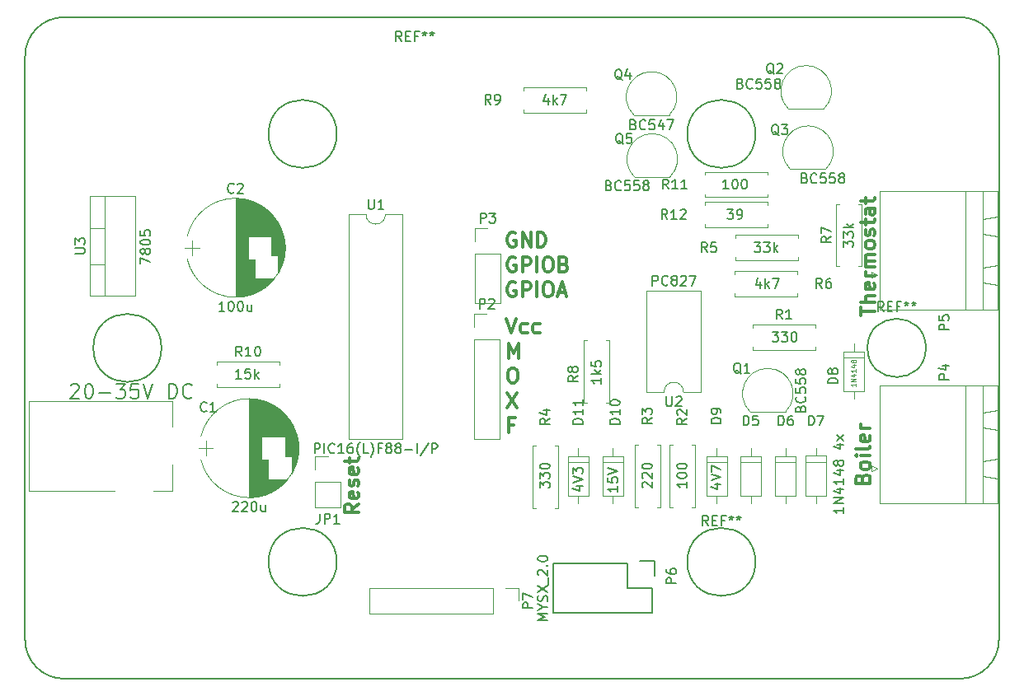
<source format=gto>
G04 #@! TF.FileFunction,Legend,Top*
%FSLAX46Y46*%
G04 Gerber Fmt 4.6, Leading zero omitted, Abs format (unit mm)*
G04 Created by KiCad (PCBNEW 4.0.5) date 2017 June 19, Monday 17:21:09*
%MOMM*%
%LPD*%
G01*
G04 APERTURE LIST*
%ADD10C,0.100000*%
%ADD11C,0.300000*%
%ADD12C,0.200000*%
%ADD13C,0.150000*%
%ADD14C,0.120000*%
%ADD15C,0.070000*%
G04 APERTURE END LIST*
D10*
D11*
X70278571Y-96057142D02*
X69564286Y-96557142D01*
X70278571Y-96914285D02*
X68778571Y-96914285D01*
X68778571Y-96342857D01*
X68850000Y-96199999D01*
X68921429Y-96128571D01*
X69064286Y-96057142D01*
X69278571Y-96057142D01*
X69421429Y-96128571D01*
X69492857Y-96199999D01*
X69564286Y-96342857D01*
X69564286Y-96914285D01*
X70207143Y-94842857D02*
X70278571Y-94985714D01*
X70278571Y-95271428D01*
X70207143Y-95414285D01*
X70064286Y-95485714D01*
X69492857Y-95485714D01*
X69350000Y-95414285D01*
X69278571Y-95271428D01*
X69278571Y-94985714D01*
X69350000Y-94842857D01*
X69492857Y-94771428D01*
X69635714Y-94771428D01*
X69778571Y-95485714D01*
X70207143Y-94200000D02*
X70278571Y-94057143D01*
X70278571Y-93771428D01*
X70207143Y-93628571D01*
X70064286Y-93557143D01*
X69992857Y-93557143D01*
X69850000Y-93628571D01*
X69778571Y-93771428D01*
X69778571Y-93985714D01*
X69707143Y-94128571D01*
X69564286Y-94200000D01*
X69492857Y-94200000D01*
X69350000Y-94128571D01*
X69278571Y-93985714D01*
X69278571Y-93771428D01*
X69350000Y-93628571D01*
X70207143Y-92342857D02*
X70278571Y-92485714D01*
X70278571Y-92771428D01*
X70207143Y-92914285D01*
X70064286Y-92985714D01*
X69492857Y-92985714D01*
X69350000Y-92914285D01*
X69278571Y-92771428D01*
X69278571Y-92485714D01*
X69350000Y-92342857D01*
X69492857Y-92271428D01*
X69635714Y-92271428D01*
X69778571Y-92985714D01*
X69278571Y-91842857D02*
X69278571Y-91271428D01*
X68778571Y-91628571D02*
X70064286Y-91628571D01*
X70207143Y-91557143D01*
X70278571Y-91414285D01*
X70278571Y-91271428D01*
X121778571Y-76635714D02*
X121778571Y-75778571D01*
X123278571Y-76207142D02*
X121778571Y-76207142D01*
X123278571Y-75278571D02*
X121778571Y-75278571D01*
X123278571Y-74635714D02*
X122492857Y-74635714D01*
X122350000Y-74707143D01*
X122278571Y-74850000D01*
X122278571Y-75064285D01*
X122350000Y-75207143D01*
X122421429Y-75278571D01*
X123207143Y-73350000D02*
X123278571Y-73492857D01*
X123278571Y-73778571D01*
X123207143Y-73921428D01*
X123064286Y-73992857D01*
X122492857Y-73992857D01*
X122350000Y-73921428D01*
X122278571Y-73778571D01*
X122278571Y-73492857D01*
X122350000Y-73350000D01*
X122492857Y-73278571D01*
X122635714Y-73278571D01*
X122778571Y-73992857D01*
X123278571Y-72635714D02*
X122278571Y-72635714D01*
X122564286Y-72635714D02*
X122421429Y-72564286D01*
X122350000Y-72492857D01*
X122278571Y-72350000D01*
X122278571Y-72207143D01*
X123278571Y-71707143D02*
X122278571Y-71707143D01*
X122421429Y-71707143D02*
X122350000Y-71635715D01*
X122278571Y-71492857D01*
X122278571Y-71278572D01*
X122350000Y-71135715D01*
X122492857Y-71064286D01*
X123278571Y-71064286D01*
X122492857Y-71064286D02*
X122350000Y-70992857D01*
X122278571Y-70850000D01*
X122278571Y-70635715D01*
X122350000Y-70492857D01*
X122492857Y-70421429D01*
X123278571Y-70421429D01*
X123278571Y-69492857D02*
X123207143Y-69635715D01*
X123135714Y-69707143D01*
X122992857Y-69778572D01*
X122564286Y-69778572D01*
X122421429Y-69707143D01*
X122350000Y-69635715D01*
X122278571Y-69492857D01*
X122278571Y-69278572D01*
X122350000Y-69135715D01*
X122421429Y-69064286D01*
X122564286Y-68992857D01*
X122992857Y-68992857D01*
X123135714Y-69064286D01*
X123207143Y-69135715D01*
X123278571Y-69278572D01*
X123278571Y-69492857D01*
X123207143Y-68421429D02*
X123278571Y-68278572D01*
X123278571Y-67992857D01*
X123207143Y-67850000D01*
X123064286Y-67778572D01*
X122992857Y-67778572D01*
X122850000Y-67850000D01*
X122778571Y-67992857D01*
X122778571Y-68207143D01*
X122707143Y-68350000D01*
X122564286Y-68421429D01*
X122492857Y-68421429D01*
X122350000Y-68350000D01*
X122278571Y-68207143D01*
X122278571Y-67992857D01*
X122350000Y-67850000D01*
X122278571Y-67350000D02*
X122278571Y-66778571D01*
X121778571Y-67135714D02*
X123064286Y-67135714D01*
X123207143Y-67064286D01*
X123278571Y-66921428D01*
X123278571Y-66778571D01*
X123278571Y-65635714D02*
X122492857Y-65635714D01*
X122350000Y-65707143D01*
X122278571Y-65850000D01*
X122278571Y-66135714D01*
X122350000Y-66278571D01*
X123207143Y-65635714D02*
X123278571Y-65778571D01*
X123278571Y-66135714D01*
X123207143Y-66278571D01*
X123064286Y-66350000D01*
X122921429Y-66350000D01*
X122778571Y-66278571D01*
X122707143Y-66135714D01*
X122707143Y-65778571D01*
X122635714Y-65635714D01*
X122278571Y-65135714D02*
X122278571Y-64564285D01*
X121778571Y-64921428D02*
X123064286Y-64921428D01*
X123207143Y-64850000D01*
X123278571Y-64707142D01*
X123278571Y-64564285D01*
X121992857Y-93428571D02*
X122064286Y-93214285D01*
X122135714Y-93142857D01*
X122278571Y-93071428D01*
X122492857Y-93071428D01*
X122635714Y-93142857D01*
X122707143Y-93214285D01*
X122778571Y-93357143D01*
X122778571Y-93928571D01*
X121278571Y-93928571D01*
X121278571Y-93428571D01*
X121350000Y-93285714D01*
X121421429Y-93214285D01*
X121564286Y-93142857D01*
X121707143Y-93142857D01*
X121850000Y-93214285D01*
X121921429Y-93285714D01*
X121992857Y-93428571D01*
X121992857Y-93928571D01*
X122778571Y-92214285D02*
X122707143Y-92357143D01*
X122635714Y-92428571D01*
X122492857Y-92500000D01*
X122064286Y-92500000D01*
X121921429Y-92428571D01*
X121850000Y-92357143D01*
X121778571Y-92214285D01*
X121778571Y-92000000D01*
X121850000Y-91857143D01*
X121921429Y-91785714D01*
X122064286Y-91714285D01*
X122492857Y-91714285D01*
X122635714Y-91785714D01*
X122707143Y-91857143D01*
X122778571Y-92000000D01*
X122778571Y-92214285D01*
X122778571Y-91071428D02*
X121778571Y-91071428D01*
X121278571Y-91071428D02*
X121350000Y-91142857D01*
X121421429Y-91071428D01*
X121350000Y-91000000D01*
X121278571Y-91071428D01*
X121421429Y-91071428D01*
X122778571Y-90142856D02*
X122707143Y-90285714D01*
X122564286Y-90357142D01*
X121278571Y-90357142D01*
X122707143Y-89000000D02*
X122778571Y-89142857D01*
X122778571Y-89428571D01*
X122707143Y-89571428D01*
X122564286Y-89642857D01*
X121992857Y-89642857D01*
X121850000Y-89571428D01*
X121778571Y-89428571D01*
X121778571Y-89142857D01*
X121850000Y-89000000D01*
X121992857Y-88928571D01*
X122135714Y-88928571D01*
X122278571Y-89642857D01*
X122778571Y-88285714D02*
X121778571Y-88285714D01*
X122064286Y-88285714D02*
X121921429Y-88214286D01*
X121850000Y-88142857D01*
X121778571Y-88000000D01*
X121778571Y-87857143D01*
D12*
X40685715Y-83821429D02*
X40757144Y-83750000D01*
X40900001Y-83678571D01*
X41257144Y-83678571D01*
X41400001Y-83750000D01*
X41471430Y-83821429D01*
X41542858Y-83964286D01*
X41542858Y-84107143D01*
X41471430Y-84321429D01*
X40614287Y-85178571D01*
X41542858Y-85178571D01*
X42471429Y-83678571D02*
X42614286Y-83678571D01*
X42757143Y-83750000D01*
X42828572Y-83821429D01*
X42900001Y-83964286D01*
X42971429Y-84250000D01*
X42971429Y-84607143D01*
X42900001Y-84892857D01*
X42828572Y-85035714D01*
X42757143Y-85107143D01*
X42614286Y-85178571D01*
X42471429Y-85178571D01*
X42328572Y-85107143D01*
X42257143Y-85035714D01*
X42185715Y-84892857D01*
X42114286Y-84607143D01*
X42114286Y-84250000D01*
X42185715Y-83964286D01*
X42257143Y-83821429D01*
X42328572Y-83750000D01*
X42471429Y-83678571D01*
X43614286Y-84607143D02*
X44757143Y-84607143D01*
X45328572Y-83678571D02*
X46257143Y-83678571D01*
X45757143Y-84250000D01*
X45971429Y-84250000D01*
X46114286Y-84321429D01*
X46185715Y-84392857D01*
X46257143Y-84535714D01*
X46257143Y-84892857D01*
X46185715Y-85035714D01*
X46114286Y-85107143D01*
X45971429Y-85178571D01*
X45542857Y-85178571D01*
X45400000Y-85107143D01*
X45328572Y-85035714D01*
X47614286Y-83678571D02*
X46900000Y-83678571D01*
X46828571Y-84392857D01*
X46900000Y-84321429D01*
X47042857Y-84250000D01*
X47400000Y-84250000D01*
X47542857Y-84321429D01*
X47614286Y-84392857D01*
X47685714Y-84535714D01*
X47685714Y-84892857D01*
X47614286Y-85035714D01*
X47542857Y-85107143D01*
X47400000Y-85178571D01*
X47042857Y-85178571D01*
X46900000Y-85107143D01*
X46828571Y-85035714D01*
X48114285Y-83678571D02*
X48614285Y-85178571D01*
X49114285Y-83678571D01*
X50757142Y-85178571D02*
X50757142Y-83678571D01*
X51114285Y-83678571D01*
X51328570Y-83750000D01*
X51471428Y-83892857D01*
X51542856Y-84035714D01*
X51614285Y-84321429D01*
X51614285Y-84535714D01*
X51542856Y-84821429D01*
X51471428Y-84964286D01*
X51328570Y-85107143D01*
X51114285Y-85178571D01*
X50757142Y-85178571D01*
X53114285Y-85035714D02*
X53042856Y-85107143D01*
X52828570Y-85178571D01*
X52685713Y-85178571D01*
X52471428Y-85107143D01*
X52328570Y-84964286D01*
X52257142Y-84821429D01*
X52185713Y-84535714D01*
X52185713Y-84321429D01*
X52257142Y-84035714D01*
X52328570Y-83892857D01*
X52471428Y-83750000D01*
X52685713Y-83678571D01*
X52828570Y-83678571D01*
X53042856Y-83750000D01*
X53114285Y-83821429D01*
D13*
X120052381Y-96404762D02*
X120052381Y-96976191D01*
X120052381Y-96690477D02*
X119052381Y-96690477D01*
X119195238Y-96785715D01*
X119290476Y-96880953D01*
X119338095Y-96976191D01*
X120052381Y-95976191D02*
X119052381Y-95976191D01*
X120052381Y-95404762D01*
X119052381Y-95404762D01*
X119385714Y-94500000D02*
X120052381Y-94500000D01*
X119004762Y-94738096D02*
X119719048Y-94976191D01*
X119719048Y-94357143D01*
X120052381Y-93452381D02*
X120052381Y-94023810D01*
X120052381Y-93738096D02*
X119052381Y-93738096D01*
X119195238Y-93833334D01*
X119290476Y-93928572D01*
X119338095Y-94023810D01*
X119385714Y-92595238D02*
X120052381Y-92595238D01*
X119004762Y-92833334D02*
X119719048Y-93071429D01*
X119719048Y-92452381D01*
X119480952Y-91928572D02*
X119433333Y-92023810D01*
X119385714Y-92071429D01*
X119290476Y-92119048D01*
X119242857Y-92119048D01*
X119147619Y-92071429D01*
X119100000Y-92023810D01*
X119052381Y-91928572D01*
X119052381Y-91738095D01*
X119100000Y-91642857D01*
X119147619Y-91595238D01*
X119242857Y-91547619D01*
X119290476Y-91547619D01*
X119385714Y-91595238D01*
X119433333Y-91642857D01*
X119480952Y-91738095D01*
X119480952Y-91928572D01*
X119528571Y-92023810D01*
X119576190Y-92071429D01*
X119671429Y-92119048D01*
X119861905Y-92119048D01*
X119957143Y-92071429D01*
X120004762Y-92023810D01*
X120052381Y-91928572D01*
X120052381Y-91738095D01*
X120004762Y-91642857D01*
X119957143Y-91595238D01*
X119861905Y-91547619D01*
X119671429Y-91547619D01*
X119576190Y-91595238D01*
X119528571Y-91642857D01*
X119480952Y-91738095D01*
X119385714Y-89928571D02*
X120052381Y-89928571D01*
X119004762Y-90166667D02*
X119719048Y-90404762D01*
X119719048Y-89785714D01*
X120052381Y-89500000D02*
X119385714Y-88976190D01*
X119385714Y-89500000D02*
X120052381Y-88976190D01*
D11*
X85442857Y-76978571D02*
X85942857Y-78478571D01*
X86442857Y-76978571D01*
X87585714Y-78407143D02*
X87442857Y-78478571D01*
X87157143Y-78478571D01*
X87014285Y-78407143D01*
X86942857Y-78335714D01*
X86871428Y-78192857D01*
X86871428Y-77764286D01*
X86942857Y-77621429D01*
X87014285Y-77550000D01*
X87157143Y-77478571D01*
X87442857Y-77478571D01*
X87585714Y-77550000D01*
X88871428Y-78407143D02*
X88728571Y-78478571D01*
X88442857Y-78478571D01*
X88299999Y-78407143D01*
X88228571Y-78335714D01*
X88157142Y-78192857D01*
X88157142Y-77764286D01*
X88228571Y-77621429D01*
X88299999Y-77550000D01*
X88442857Y-77478571D01*
X88728571Y-77478571D01*
X88871428Y-77550000D01*
X85657143Y-81028571D02*
X85657143Y-79528571D01*
X86157143Y-80600000D01*
X86657143Y-79528571D01*
X86657143Y-81028571D01*
X85942857Y-82078571D02*
X86228571Y-82078571D01*
X86371429Y-82150000D01*
X86514286Y-82292857D01*
X86585714Y-82578571D01*
X86585714Y-83078571D01*
X86514286Y-83364286D01*
X86371429Y-83507143D01*
X86228571Y-83578571D01*
X85942857Y-83578571D01*
X85800000Y-83507143D01*
X85657143Y-83364286D01*
X85585714Y-83078571D01*
X85585714Y-82578571D01*
X85657143Y-82292857D01*
X85800000Y-82150000D01*
X85942857Y-82078571D01*
X85514286Y-84628571D02*
X86514286Y-86128571D01*
X86514286Y-84628571D02*
X85514286Y-86128571D01*
X86157143Y-87892857D02*
X85657143Y-87892857D01*
X85657143Y-88678571D02*
X85657143Y-87178571D01*
X86371429Y-87178571D01*
X86342857Y-68200000D02*
X86200000Y-68128571D01*
X85985714Y-68128571D01*
X85771429Y-68200000D01*
X85628571Y-68342857D01*
X85557143Y-68485714D01*
X85485714Y-68771429D01*
X85485714Y-68985714D01*
X85557143Y-69271429D01*
X85628571Y-69414286D01*
X85771429Y-69557143D01*
X85985714Y-69628571D01*
X86128571Y-69628571D01*
X86342857Y-69557143D01*
X86414286Y-69485714D01*
X86414286Y-68985714D01*
X86128571Y-68985714D01*
X87057143Y-69628571D02*
X87057143Y-68128571D01*
X87914286Y-69628571D01*
X87914286Y-68128571D01*
X88628572Y-69628571D02*
X88628572Y-68128571D01*
X88985715Y-68128571D01*
X89200000Y-68200000D01*
X89342858Y-68342857D01*
X89414286Y-68485714D01*
X89485715Y-68771429D01*
X89485715Y-68985714D01*
X89414286Y-69271429D01*
X89342858Y-69414286D01*
X89200000Y-69557143D01*
X88985715Y-69628571D01*
X88628572Y-69628571D01*
X86342857Y-70750000D02*
X86200000Y-70678571D01*
X85985714Y-70678571D01*
X85771429Y-70750000D01*
X85628571Y-70892857D01*
X85557143Y-71035714D01*
X85485714Y-71321429D01*
X85485714Y-71535714D01*
X85557143Y-71821429D01*
X85628571Y-71964286D01*
X85771429Y-72107143D01*
X85985714Y-72178571D01*
X86128571Y-72178571D01*
X86342857Y-72107143D01*
X86414286Y-72035714D01*
X86414286Y-71535714D01*
X86128571Y-71535714D01*
X87057143Y-72178571D02*
X87057143Y-70678571D01*
X87628571Y-70678571D01*
X87771429Y-70750000D01*
X87842857Y-70821429D01*
X87914286Y-70964286D01*
X87914286Y-71178571D01*
X87842857Y-71321429D01*
X87771429Y-71392857D01*
X87628571Y-71464286D01*
X87057143Y-71464286D01*
X88557143Y-72178571D02*
X88557143Y-70678571D01*
X89557143Y-70678571D02*
X89842857Y-70678571D01*
X89985715Y-70750000D01*
X90128572Y-70892857D01*
X90200000Y-71178571D01*
X90200000Y-71678571D01*
X90128572Y-71964286D01*
X89985715Y-72107143D01*
X89842857Y-72178571D01*
X89557143Y-72178571D01*
X89414286Y-72107143D01*
X89271429Y-71964286D01*
X89200000Y-71678571D01*
X89200000Y-71178571D01*
X89271429Y-70892857D01*
X89414286Y-70750000D01*
X89557143Y-70678571D01*
X91342858Y-71392857D02*
X91557144Y-71464286D01*
X91628572Y-71535714D01*
X91700001Y-71678571D01*
X91700001Y-71892857D01*
X91628572Y-72035714D01*
X91557144Y-72107143D01*
X91414286Y-72178571D01*
X90842858Y-72178571D01*
X90842858Y-70678571D01*
X91342858Y-70678571D01*
X91485715Y-70750000D01*
X91557144Y-70821429D01*
X91628572Y-70964286D01*
X91628572Y-71107143D01*
X91557144Y-71250000D01*
X91485715Y-71321429D01*
X91342858Y-71392857D01*
X90842858Y-71392857D01*
X86342857Y-73300000D02*
X86200000Y-73228571D01*
X85985714Y-73228571D01*
X85771429Y-73300000D01*
X85628571Y-73442857D01*
X85557143Y-73585714D01*
X85485714Y-73871429D01*
X85485714Y-74085714D01*
X85557143Y-74371429D01*
X85628571Y-74514286D01*
X85771429Y-74657143D01*
X85985714Y-74728571D01*
X86128571Y-74728571D01*
X86342857Y-74657143D01*
X86414286Y-74585714D01*
X86414286Y-74085714D01*
X86128571Y-74085714D01*
X87057143Y-74728571D02*
X87057143Y-73228571D01*
X87628571Y-73228571D01*
X87771429Y-73300000D01*
X87842857Y-73371429D01*
X87914286Y-73514286D01*
X87914286Y-73728571D01*
X87842857Y-73871429D01*
X87771429Y-73942857D01*
X87628571Y-74014286D01*
X87057143Y-74014286D01*
X88557143Y-74728571D02*
X88557143Y-73228571D01*
X89557143Y-73228571D02*
X89842857Y-73228571D01*
X89985715Y-73300000D01*
X90128572Y-73442857D01*
X90200000Y-73728571D01*
X90200000Y-74228571D01*
X90128572Y-74514286D01*
X89985715Y-74657143D01*
X89842857Y-74728571D01*
X89557143Y-74728571D01*
X89414286Y-74657143D01*
X89271429Y-74514286D01*
X89200000Y-74228571D01*
X89200000Y-73728571D01*
X89271429Y-73442857D01*
X89414286Y-73300000D01*
X89557143Y-73228571D01*
X90771429Y-74300000D02*
X91485715Y-74300000D01*
X90628572Y-74728571D02*
X91128572Y-73228571D01*
X91628572Y-74728571D01*
D14*
X111610000Y-91100000D02*
X109490000Y-91100000D01*
X109490000Y-91100000D02*
X109490000Y-95220000D01*
X109490000Y-95220000D02*
X111610000Y-95220000D01*
X111610000Y-95220000D02*
X111610000Y-91100000D01*
X110550000Y-90330000D02*
X110550000Y-91100000D01*
X110550000Y-95990000D02*
X110550000Y-95220000D01*
X111610000Y-91760000D02*
X109490000Y-91760000D01*
X115160000Y-91100000D02*
X113040000Y-91100000D01*
X113040000Y-91100000D02*
X113040000Y-95220000D01*
X113040000Y-95220000D02*
X115160000Y-95220000D01*
X115160000Y-95220000D02*
X115160000Y-91100000D01*
X114100000Y-90330000D02*
X114100000Y-91100000D01*
X114100000Y-95990000D02*
X114100000Y-95220000D01*
X115160000Y-91760000D02*
X113040000Y-91760000D01*
X118260000Y-91050000D02*
X116140000Y-91050000D01*
X116140000Y-91050000D02*
X116140000Y-95170000D01*
X116140000Y-95170000D02*
X118260000Y-95170000D01*
X118260000Y-95170000D02*
X118260000Y-91050000D01*
X117200000Y-90280000D02*
X117200000Y-91050000D01*
X117200000Y-95940000D02*
X117200000Y-95170000D01*
X118260000Y-91710000D02*
X116140000Y-91710000D01*
X122160000Y-80350000D02*
X120040000Y-80350000D01*
X120040000Y-80350000D02*
X120040000Y-84470000D01*
X120040000Y-84470000D02*
X122160000Y-84470000D01*
X122160000Y-84470000D02*
X122160000Y-80350000D01*
X121100000Y-79580000D02*
X121100000Y-80350000D01*
X121100000Y-85240000D02*
X121100000Y-84470000D01*
X122160000Y-81010000D02*
X120040000Y-81010000D01*
X108060000Y-91100000D02*
X105940000Y-91100000D01*
X105940000Y-91100000D02*
X105940000Y-95220000D01*
X105940000Y-95220000D02*
X108060000Y-95220000D01*
X108060000Y-95220000D02*
X108060000Y-91100000D01*
X107000000Y-90330000D02*
X107000000Y-91100000D01*
X107000000Y-95990000D02*
X107000000Y-95220000D01*
X108060000Y-91760000D02*
X105940000Y-91760000D01*
X97410000Y-91100000D02*
X95290000Y-91100000D01*
X95290000Y-91100000D02*
X95290000Y-95220000D01*
X95290000Y-95220000D02*
X97410000Y-95220000D01*
X97410000Y-95220000D02*
X97410000Y-91100000D01*
X96350000Y-90330000D02*
X96350000Y-91100000D01*
X96350000Y-95990000D02*
X96350000Y-95220000D01*
X97410000Y-91760000D02*
X95290000Y-91760000D01*
X93860000Y-91100000D02*
X91740000Y-91100000D01*
X91740000Y-91100000D02*
X91740000Y-95220000D01*
X91740000Y-95220000D02*
X93860000Y-95220000D01*
X93860000Y-95220000D02*
X93860000Y-91100000D01*
X92800000Y-90330000D02*
X92800000Y-91100000D01*
X92800000Y-95990000D02*
X92800000Y-95220000D01*
X93860000Y-91760000D02*
X91740000Y-91760000D01*
X82070000Y-79110000D02*
X82070000Y-89330000D01*
X82070000Y-89330000D02*
X84730000Y-89330000D01*
X84730000Y-89330000D02*
X84730000Y-79110000D01*
X84730000Y-79110000D02*
X82070000Y-79110000D01*
X82070000Y-77840000D02*
X82070000Y-76510000D01*
X82070000Y-76510000D02*
X83400000Y-76510000D01*
X82170000Y-70290000D02*
X82170000Y-75430000D01*
X82170000Y-75430000D02*
X84830000Y-75430000D01*
X84830000Y-75430000D02*
X84830000Y-70290000D01*
X84830000Y-70290000D02*
X82170000Y-70290000D01*
X82170000Y-69020000D02*
X82170000Y-67690000D01*
X82170000Y-67690000D02*
X83500000Y-67690000D01*
D13*
X97830000Y-102190000D02*
X90210000Y-102190000D01*
X90210000Y-102190000D02*
X90210000Y-107270000D01*
X90210000Y-107270000D02*
X100370000Y-107270000D01*
X100370000Y-107270000D02*
X100370000Y-104730000D01*
X100650000Y-103460000D02*
X100650000Y-101910000D01*
X100370000Y-104730000D02*
X97830000Y-104730000D01*
X97830000Y-104730000D02*
X97830000Y-102190000D01*
X100650000Y-101910000D02*
X99100000Y-101910000D01*
D14*
X84070000Y-104670000D02*
X71310000Y-104670000D01*
X71310000Y-104670000D02*
X71310000Y-107330000D01*
X71310000Y-107330000D02*
X84070000Y-107330000D01*
X84070000Y-107330000D02*
X84070000Y-104670000D01*
X85340000Y-104670000D02*
X86670000Y-104670000D01*
X86670000Y-104670000D02*
X86670000Y-106000000D01*
X110470000Y-86550000D02*
X114070000Y-86550000D01*
X110431522Y-86538478D02*
G75*
G02X112270000Y-82100000I1838478J1838478D01*
G01*
X114108478Y-86538478D02*
G75*
G03X112270000Y-82100000I-1838478J1838478D01*
G01*
X114400000Y-55420000D02*
X118000000Y-55420000D01*
X114361522Y-55408478D02*
G75*
G02X116200000Y-50970000I1838478J1838478D01*
G01*
X118038478Y-55408478D02*
G75*
G03X116200000Y-50970000I-1838478J1838478D01*
G01*
X114600000Y-61620000D02*
X118200000Y-61620000D01*
X114561522Y-61608478D02*
G75*
G02X116400000Y-57170000I1838478J1838478D01*
G01*
X118238478Y-61608478D02*
G75*
G03X116400000Y-57170000I-1838478J1838478D01*
G01*
X98530000Y-56050000D02*
X102130000Y-56050000D01*
X98491522Y-56038478D02*
G75*
G02X100330000Y-51600000I1838478J1838478D01*
G01*
X102168478Y-56038478D02*
G75*
G03X100330000Y-51600000I-1838478J1838478D01*
G01*
X98600000Y-62420000D02*
X102200000Y-62420000D01*
X98561522Y-62408478D02*
G75*
G02X100400000Y-57970000I1838478J1838478D01*
G01*
X102238478Y-62408478D02*
G75*
G03X100400000Y-57970000I-1838478J1838478D01*
G01*
X110700000Y-77920000D02*
X110700000Y-77590000D01*
X110700000Y-77590000D02*
X117120000Y-77590000D01*
X117120000Y-77590000D02*
X117120000Y-77920000D01*
X110700000Y-79880000D02*
X110700000Y-80210000D01*
X110700000Y-80210000D02*
X117120000Y-80210000D01*
X117120000Y-80210000D02*
X117120000Y-79880000D01*
X104430000Y-89950000D02*
X104760000Y-89950000D01*
X104760000Y-89950000D02*
X104760000Y-96370000D01*
X104760000Y-96370000D02*
X104430000Y-96370000D01*
X102470000Y-89950000D02*
X102140000Y-89950000D01*
X102140000Y-89950000D02*
X102140000Y-96370000D01*
X102140000Y-96370000D02*
X102470000Y-96370000D01*
X98920000Y-96400000D02*
X98590000Y-96400000D01*
X98590000Y-96400000D02*
X98590000Y-89980000D01*
X98590000Y-89980000D02*
X98920000Y-89980000D01*
X100880000Y-96400000D02*
X101210000Y-96400000D01*
X101210000Y-96400000D02*
X101210000Y-89980000D01*
X101210000Y-89980000D02*
X100880000Y-89980000D01*
X88420000Y-96500000D02*
X88090000Y-96500000D01*
X88090000Y-96500000D02*
X88090000Y-90080000D01*
X88090000Y-90080000D02*
X88420000Y-90080000D01*
X90380000Y-96500000D02*
X90710000Y-96500000D01*
X90710000Y-96500000D02*
X90710000Y-90080000D01*
X90710000Y-90080000D02*
X90380000Y-90080000D01*
X108980000Y-68720000D02*
X108980000Y-68390000D01*
X108980000Y-68390000D02*
X115400000Y-68390000D01*
X115400000Y-68390000D02*
X115400000Y-68720000D01*
X108980000Y-70680000D02*
X108980000Y-71010000D01*
X108980000Y-71010000D02*
X115400000Y-71010000D01*
X115400000Y-71010000D02*
X115400000Y-70680000D01*
X108880000Y-72420000D02*
X108880000Y-72090000D01*
X108880000Y-72090000D02*
X115300000Y-72090000D01*
X115300000Y-72090000D02*
X115300000Y-72420000D01*
X108880000Y-74380000D02*
X108880000Y-74710000D01*
X108880000Y-74710000D02*
X115300000Y-74710000D01*
X115300000Y-74710000D02*
X115300000Y-74380000D01*
X121580000Y-65200000D02*
X121910000Y-65200000D01*
X121910000Y-65200000D02*
X121910000Y-71620000D01*
X121910000Y-71620000D02*
X121580000Y-71620000D01*
X119620000Y-65200000D02*
X119290000Y-65200000D01*
X119290000Y-65200000D02*
X119290000Y-71620000D01*
X119290000Y-71620000D02*
X119620000Y-71620000D01*
X95680000Y-79200000D02*
X96010000Y-79200000D01*
X96010000Y-79200000D02*
X96010000Y-85620000D01*
X96010000Y-85620000D02*
X95680000Y-85620000D01*
X93720000Y-79200000D02*
X93390000Y-79200000D01*
X93390000Y-79200000D02*
X93390000Y-85620000D01*
X93390000Y-85620000D02*
X93720000Y-85620000D01*
X87200000Y-53520000D02*
X87200000Y-53190000D01*
X87200000Y-53190000D02*
X93620000Y-53190000D01*
X93620000Y-53190000D02*
X93620000Y-53520000D01*
X87200000Y-55480000D02*
X87200000Y-55810000D01*
X87200000Y-55810000D02*
X93620000Y-55810000D01*
X93620000Y-55810000D02*
X93620000Y-55480000D01*
X55680000Y-81720000D02*
X55680000Y-81390000D01*
X55680000Y-81390000D02*
X62100000Y-81390000D01*
X62100000Y-81390000D02*
X62100000Y-81720000D01*
X55680000Y-83680000D02*
X55680000Y-84010000D01*
X55680000Y-84010000D02*
X62100000Y-84010000D01*
X62100000Y-84010000D02*
X62100000Y-83680000D01*
X105800000Y-62220000D02*
X105800000Y-61890000D01*
X105800000Y-61890000D02*
X112220000Y-61890000D01*
X112220000Y-61890000D02*
X112220000Y-62220000D01*
X105800000Y-64180000D02*
X105800000Y-64510000D01*
X105800000Y-64510000D02*
X112220000Y-64510000D01*
X112220000Y-64510000D02*
X112220000Y-64180000D01*
X105800000Y-65320000D02*
X105800000Y-64990000D01*
X105800000Y-64990000D02*
X112220000Y-64990000D01*
X112220000Y-64990000D02*
X112220000Y-65320000D01*
X105800000Y-67280000D02*
X105800000Y-67610000D01*
X105800000Y-67610000D02*
X112220000Y-67610000D01*
X112220000Y-67610000D02*
X112220000Y-67280000D01*
X71010000Y-66270000D02*
X69240000Y-66270000D01*
X69240000Y-66270000D02*
X69240000Y-89370000D01*
X69240000Y-89370000D02*
X74780000Y-89370000D01*
X74780000Y-89370000D02*
X74780000Y-66270000D01*
X74780000Y-66270000D02*
X73010000Y-66270000D01*
X73010000Y-66270000D02*
G75*
G02X71010000Y-66270000I-1000000J0D01*
G01*
X103610000Y-84530000D02*
X105380000Y-84530000D01*
X105380000Y-84530000D02*
X105380000Y-74130000D01*
X105380000Y-74130000D02*
X99840000Y-74130000D01*
X99840000Y-74130000D02*
X99840000Y-84530000D01*
X99840000Y-84530000D02*
X101610000Y-84530000D01*
X101610000Y-84530000D02*
G75*
G02X103610000Y-84530000I1000000J0D01*
G01*
X42680000Y-74660000D02*
X42680000Y-64420000D01*
X47321000Y-74660000D02*
X47321000Y-64420000D01*
X42680000Y-74660000D02*
X47321000Y-74660000D01*
X42680000Y-64420000D02*
X47321000Y-64420000D01*
X44190000Y-74660000D02*
X44190000Y-64420000D01*
X42680000Y-71390000D02*
X44190000Y-71390000D01*
X42680000Y-67689000D02*
X44190000Y-67689000D01*
X63951525Y-89120806D02*
G75*
G03X54048667Y-89120000I-4951525J-1179194D01*
G01*
X63951525Y-91479194D02*
G75*
G02X54048667Y-91480000I-4951525J1179194D01*
G01*
X63951525Y-91479194D02*
G75*
G03X63951333Y-89120000I-4951525J1179194D01*
G01*
X59000000Y-85250000D02*
X59000000Y-95350000D01*
X59040000Y-85250000D02*
X59040000Y-95350000D01*
X59080000Y-85250000D02*
X59080000Y-95350000D01*
X59120000Y-85251000D02*
X59120000Y-95349000D01*
X59160000Y-85252000D02*
X59160000Y-95348000D01*
X59200000Y-85253000D02*
X59200000Y-95347000D01*
X59240000Y-85255000D02*
X59240000Y-95345000D01*
X59280000Y-85257000D02*
X59280000Y-95343000D01*
X59320000Y-85260000D02*
X59320000Y-95340000D01*
X59360000Y-85262000D02*
X59360000Y-95338000D01*
X59400000Y-85265000D02*
X59400000Y-95335000D01*
X59440000Y-85269000D02*
X59440000Y-95331000D01*
X59480000Y-85272000D02*
X59480000Y-95328000D01*
X59520000Y-85276000D02*
X59520000Y-95324000D01*
X59560000Y-85280000D02*
X59560000Y-95320000D01*
X59600000Y-85285000D02*
X59600000Y-95315000D01*
X59640000Y-85290000D02*
X59640000Y-95310000D01*
X59680000Y-85295000D02*
X59680000Y-95305000D01*
X59721000Y-85301000D02*
X59721000Y-95299000D01*
X59761000Y-85307000D02*
X59761000Y-95293000D01*
X59801000Y-85313000D02*
X59801000Y-95287000D01*
X59841000Y-85319000D02*
X59841000Y-95281000D01*
X59881000Y-85326000D02*
X59881000Y-95274000D01*
X59921000Y-85333000D02*
X59921000Y-95267000D01*
X59961000Y-85341000D02*
X59961000Y-95259000D01*
X60001000Y-85349000D02*
X60001000Y-95251000D01*
X60041000Y-85357000D02*
X60041000Y-95243000D01*
X60081000Y-85365000D02*
X60081000Y-95235000D01*
X60121000Y-85374000D02*
X60121000Y-95226000D01*
X60161000Y-85383000D02*
X60161000Y-95217000D01*
X60201000Y-85393000D02*
X60201000Y-95207000D01*
X60241000Y-85403000D02*
X60241000Y-95197000D01*
X60281000Y-85413000D02*
X60281000Y-95187000D01*
X60321000Y-85424000D02*
X60321000Y-89119000D01*
X60321000Y-91481000D02*
X60321000Y-95176000D01*
X60361000Y-85435000D02*
X60361000Y-89119000D01*
X60361000Y-91481000D02*
X60361000Y-95165000D01*
X60401000Y-85446000D02*
X60401000Y-89119000D01*
X60401000Y-91481000D02*
X60401000Y-95154000D01*
X60441000Y-85457000D02*
X60441000Y-89119000D01*
X60441000Y-91481000D02*
X60441000Y-95143000D01*
X60481000Y-85469000D02*
X60481000Y-89119000D01*
X60481000Y-91481000D02*
X60481000Y-95131000D01*
X60521000Y-85482000D02*
X60521000Y-89119000D01*
X60521000Y-91481000D02*
X60521000Y-95118000D01*
X60561000Y-85494000D02*
X60561000Y-89119000D01*
X60561000Y-91481000D02*
X60561000Y-95106000D01*
X60601000Y-85508000D02*
X60601000Y-89119000D01*
X60601000Y-91481000D02*
X60601000Y-95092000D01*
X60641000Y-85521000D02*
X60641000Y-89119000D01*
X60641000Y-91481000D02*
X60641000Y-95079000D01*
X60681000Y-85535000D02*
X60681000Y-89119000D01*
X60681000Y-91481000D02*
X60681000Y-95065000D01*
X60721000Y-85549000D02*
X60721000Y-89119000D01*
X60721000Y-91481000D02*
X60721000Y-95051000D01*
X60761000Y-85563000D02*
X60761000Y-89119000D01*
X60761000Y-91481000D02*
X60761000Y-95037000D01*
X60801000Y-85578000D02*
X60801000Y-89119000D01*
X60801000Y-91481000D02*
X60801000Y-95022000D01*
X60841000Y-85594000D02*
X60841000Y-89119000D01*
X60841000Y-91481000D02*
X60841000Y-95006000D01*
X60881000Y-85609000D02*
X60881000Y-89119000D01*
X60881000Y-91481000D02*
X60881000Y-94991000D01*
X60921000Y-85626000D02*
X60921000Y-89119000D01*
X60921000Y-91481000D02*
X60921000Y-94974000D01*
X60961000Y-85642000D02*
X60961000Y-89119000D01*
X60961000Y-91481000D02*
X60961000Y-94958000D01*
X61001000Y-85659000D02*
X61001000Y-89119000D01*
X61001000Y-93480000D02*
X61001000Y-94941000D01*
X61041000Y-85676000D02*
X61041000Y-89119000D01*
X61041000Y-93480000D02*
X61041000Y-94924000D01*
X61081000Y-85694000D02*
X61081000Y-89119000D01*
X61081000Y-93480000D02*
X61081000Y-94906000D01*
X61121000Y-85712000D02*
X61121000Y-89119000D01*
X61121000Y-93480000D02*
X61121000Y-94888000D01*
X61161000Y-85731000D02*
X61161000Y-89119000D01*
X61161000Y-93480000D02*
X61161000Y-94869000D01*
X61201000Y-85750000D02*
X61201000Y-89119000D01*
X61201000Y-93480000D02*
X61201000Y-94850000D01*
X61241000Y-85769000D02*
X61241000Y-89119000D01*
X61241000Y-93480000D02*
X61241000Y-94831000D01*
X61281000Y-85789000D02*
X61281000Y-89119000D01*
X61281000Y-93480000D02*
X61281000Y-94811000D01*
X61321000Y-85809000D02*
X61321000Y-89119000D01*
X61321000Y-93480000D02*
X61321000Y-94791000D01*
X61361000Y-85830000D02*
X61361000Y-89119000D01*
X61361000Y-93480000D02*
X61361000Y-94770000D01*
X61401000Y-85851000D02*
X61401000Y-89119000D01*
X61401000Y-93480000D02*
X61401000Y-94749000D01*
X61441000Y-85872000D02*
X61441000Y-89119000D01*
X61441000Y-93480000D02*
X61441000Y-94728000D01*
X61481000Y-85895000D02*
X61481000Y-89119000D01*
X61481000Y-93480000D02*
X61481000Y-94705000D01*
X61521000Y-85917000D02*
X61521000Y-89119000D01*
X61521000Y-93480000D02*
X61521000Y-94683000D01*
X61561000Y-85940000D02*
X61561000Y-89119000D01*
X61561000Y-93480000D02*
X61561000Y-94660000D01*
X61601000Y-85964000D02*
X61601000Y-89119000D01*
X61601000Y-93480000D02*
X61601000Y-94636000D01*
X61641000Y-85988000D02*
X61641000Y-89119000D01*
X61641000Y-93480000D02*
X61641000Y-94612000D01*
X61681000Y-86012000D02*
X61681000Y-89119000D01*
X61681000Y-93480000D02*
X61681000Y-94588000D01*
X61721000Y-86037000D02*
X61721000Y-89119000D01*
X61721000Y-93480000D02*
X61721000Y-94563000D01*
X61761000Y-86063000D02*
X61761000Y-89119000D01*
X61761000Y-93480000D02*
X61761000Y-94537000D01*
X61801000Y-86089000D02*
X61801000Y-89119000D01*
X61801000Y-93480000D02*
X61801000Y-94511000D01*
X61841000Y-86115000D02*
X61841000Y-89119000D01*
X61841000Y-93480000D02*
X61841000Y-94485000D01*
X61881000Y-86143000D02*
X61881000Y-89119000D01*
X61881000Y-93480000D02*
X61881000Y-94457000D01*
X61921000Y-86170000D02*
X61921000Y-89119000D01*
X61921000Y-93480000D02*
X61921000Y-94430000D01*
X61961000Y-86199000D02*
X61961000Y-89119000D01*
X61961000Y-93480000D02*
X61961000Y-94401000D01*
X62001000Y-86228000D02*
X62001000Y-89119000D01*
X62001000Y-93480000D02*
X62001000Y-94372000D01*
X62041000Y-86257000D02*
X62041000Y-89119000D01*
X62041000Y-93480000D02*
X62041000Y-94343000D01*
X62081000Y-86287000D02*
X62081000Y-89119000D01*
X62081000Y-93480000D02*
X62081000Y-94313000D01*
X62121000Y-86318000D02*
X62121000Y-89119000D01*
X62121000Y-93480000D02*
X62121000Y-94282000D01*
X62161000Y-86349000D02*
X62161000Y-89119000D01*
X62161000Y-93480000D02*
X62161000Y-94251000D01*
X62201000Y-86381000D02*
X62201000Y-89119000D01*
X62201000Y-93480000D02*
X62201000Y-94219000D01*
X62241000Y-86414000D02*
X62241000Y-89119000D01*
X62241000Y-93480000D02*
X62241000Y-94186000D01*
X62281000Y-86447000D02*
X62281000Y-89119000D01*
X62281000Y-93480000D02*
X62281000Y-94153000D01*
X62321000Y-86481000D02*
X62321000Y-89119000D01*
X62321000Y-93480000D02*
X62321000Y-94119000D01*
X62361000Y-86516000D02*
X62361000Y-89119000D01*
X62361000Y-93480000D02*
X62361000Y-94084000D01*
X62401000Y-86552000D02*
X62401000Y-89119000D01*
X62401000Y-93480000D02*
X62401000Y-94048000D01*
X62441000Y-86588000D02*
X62441000Y-89119000D01*
X62441000Y-93480000D02*
X62441000Y-94012000D01*
X62481000Y-86625000D02*
X62481000Y-89119000D01*
X62481000Y-93480000D02*
X62481000Y-93975000D01*
X62521000Y-86663000D02*
X62521000Y-89119000D01*
X62521000Y-93480000D02*
X62521000Y-93937000D01*
X62561000Y-86702000D02*
X62561000Y-89119000D01*
X62561000Y-93480000D02*
X62561000Y-93898000D01*
X62601000Y-86741000D02*
X62601000Y-89119000D01*
X62601000Y-93480000D02*
X62601000Y-93859000D01*
X62641000Y-86782000D02*
X62641000Y-89119000D01*
X62641000Y-93480000D02*
X62641000Y-93818000D01*
X62681000Y-86823000D02*
X62681000Y-91120000D01*
X62681000Y-93480000D02*
X62681000Y-93777000D01*
X62721000Y-86865000D02*
X62721000Y-91120000D01*
X62721000Y-93480000D02*
X62721000Y-93735000D01*
X62761000Y-86909000D02*
X62761000Y-91120000D01*
X62761000Y-93480000D02*
X62761000Y-93691000D01*
X62801000Y-86953000D02*
X62801000Y-91120000D01*
X62801000Y-93480000D02*
X62801000Y-93647000D01*
X62841000Y-86998000D02*
X62841000Y-91120000D01*
X62841000Y-93480000D02*
X62841000Y-93602000D01*
X62881000Y-87045000D02*
X62881000Y-91120000D01*
X62881000Y-93480000D02*
X62881000Y-93555000D01*
X62921000Y-87093000D02*
X62921000Y-91120000D01*
X62921000Y-93480000D02*
X62921000Y-93507000D01*
X62961000Y-87142000D02*
X62961000Y-91120000D01*
X63001000Y-87192000D02*
X63001000Y-91120000D01*
X63041000Y-87243000D02*
X63041000Y-91120000D01*
X63081000Y-87296000D02*
X63081000Y-91120000D01*
X63121000Y-87351000D02*
X63121000Y-91120000D01*
X63161000Y-87406000D02*
X63161000Y-91120000D01*
X63201000Y-87464000D02*
X63201000Y-91120000D01*
X63241000Y-87523000D02*
X63241000Y-91120000D01*
X63281000Y-87585000D02*
X63281000Y-91120000D01*
X63321000Y-87648000D02*
X63321000Y-91120000D01*
X63361000Y-87713000D02*
X63361000Y-92887000D01*
X63401000Y-87781000D02*
X63401000Y-92819000D01*
X63441000Y-87851000D02*
X63441000Y-92749000D01*
X63481000Y-87923000D02*
X63481000Y-92677000D01*
X63521000Y-87999000D02*
X63521000Y-92601000D01*
X63561000Y-88078000D02*
X63561000Y-92522000D01*
X63601000Y-88160000D02*
X63601000Y-92440000D01*
X63641000Y-88247000D02*
X63641000Y-92353000D01*
X63681000Y-88338000D02*
X63681000Y-92262000D01*
X63721000Y-88434000D02*
X63721000Y-92166000D01*
X63761000Y-88537000D02*
X63761000Y-92063000D01*
X63801000Y-88646000D02*
X63801000Y-91954000D01*
X63841000Y-88764000D02*
X63841000Y-91836000D01*
X63881000Y-88893000D02*
X63881000Y-91707000D01*
X63921000Y-89035000D02*
X63921000Y-91565000D01*
X63961000Y-89196000D02*
X63961000Y-91404000D01*
X64001000Y-89387000D02*
X64001000Y-91213000D01*
X64041000Y-89628000D02*
X64041000Y-90972000D01*
X64081000Y-90021000D02*
X64081000Y-90579000D01*
X53800000Y-90300000D02*
X55300000Y-90300000D01*
X54550000Y-89550000D02*
X54550000Y-91050000D01*
X62551525Y-68520806D02*
G75*
G03X52648667Y-68520000I-4951525J-1179194D01*
G01*
X62551525Y-70879194D02*
G75*
G02X52648667Y-70880000I-4951525J1179194D01*
G01*
X62551525Y-70879194D02*
G75*
G03X62551333Y-68520000I-4951525J1179194D01*
G01*
X57600000Y-64650000D02*
X57600000Y-74750000D01*
X57640000Y-64650000D02*
X57640000Y-74750000D01*
X57680000Y-64650000D02*
X57680000Y-74750000D01*
X57720000Y-64651000D02*
X57720000Y-74749000D01*
X57760000Y-64652000D02*
X57760000Y-74748000D01*
X57800000Y-64653000D02*
X57800000Y-74747000D01*
X57840000Y-64655000D02*
X57840000Y-74745000D01*
X57880000Y-64657000D02*
X57880000Y-74743000D01*
X57920000Y-64660000D02*
X57920000Y-74740000D01*
X57960000Y-64662000D02*
X57960000Y-74738000D01*
X58000000Y-64665000D02*
X58000000Y-74735000D01*
X58040000Y-64669000D02*
X58040000Y-74731000D01*
X58080000Y-64672000D02*
X58080000Y-74728000D01*
X58120000Y-64676000D02*
X58120000Y-74724000D01*
X58160000Y-64680000D02*
X58160000Y-74720000D01*
X58200000Y-64685000D02*
X58200000Y-74715000D01*
X58240000Y-64690000D02*
X58240000Y-74710000D01*
X58280000Y-64695000D02*
X58280000Y-74705000D01*
X58321000Y-64701000D02*
X58321000Y-74699000D01*
X58361000Y-64707000D02*
X58361000Y-74693000D01*
X58401000Y-64713000D02*
X58401000Y-74687000D01*
X58441000Y-64719000D02*
X58441000Y-74681000D01*
X58481000Y-64726000D02*
X58481000Y-74674000D01*
X58521000Y-64733000D02*
X58521000Y-74667000D01*
X58561000Y-64741000D02*
X58561000Y-74659000D01*
X58601000Y-64749000D02*
X58601000Y-74651000D01*
X58641000Y-64757000D02*
X58641000Y-74643000D01*
X58681000Y-64765000D02*
X58681000Y-74635000D01*
X58721000Y-64774000D02*
X58721000Y-74626000D01*
X58761000Y-64783000D02*
X58761000Y-74617000D01*
X58801000Y-64793000D02*
X58801000Y-74607000D01*
X58841000Y-64803000D02*
X58841000Y-74597000D01*
X58881000Y-64813000D02*
X58881000Y-74587000D01*
X58921000Y-64824000D02*
X58921000Y-68519000D01*
X58921000Y-70881000D02*
X58921000Y-74576000D01*
X58961000Y-64835000D02*
X58961000Y-68519000D01*
X58961000Y-70881000D02*
X58961000Y-74565000D01*
X59001000Y-64846000D02*
X59001000Y-68519000D01*
X59001000Y-70881000D02*
X59001000Y-74554000D01*
X59041000Y-64857000D02*
X59041000Y-68519000D01*
X59041000Y-70881000D02*
X59041000Y-74543000D01*
X59081000Y-64869000D02*
X59081000Y-68519000D01*
X59081000Y-70881000D02*
X59081000Y-74531000D01*
X59121000Y-64882000D02*
X59121000Y-68519000D01*
X59121000Y-70881000D02*
X59121000Y-74518000D01*
X59161000Y-64894000D02*
X59161000Y-68519000D01*
X59161000Y-70881000D02*
X59161000Y-74506000D01*
X59201000Y-64908000D02*
X59201000Y-68519000D01*
X59201000Y-70881000D02*
X59201000Y-74492000D01*
X59241000Y-64921000D02*
X59241000Y-68519000D01*
X59241000Y-70881000D02*
X59241000Y-74479000D01*
X59281000Y-64935000D02*
X59281000Y-68519000D01*
X59281000Y-70881000D02*
X59281000Y-74465000D01*
X59321000Y-64949000D02*
X59321000Y-68519000D01*
X59321000Y-70881000D02*
X59321000Y-74451000D01*
X59361000Y-64963000D02*
X59361000Y-68519000D01*
X59361000Y-70881000D02*
X59361000Y-74437000D01*
X59401000Y-64978000D02*
X59401000Y-68519000D01*
X59401000Y-70881000D02*
X59401000Y-74422000D01*
X59441000Y-64994000D02*
X59441000Y-68519000D01*
X59441000Y-70881000D02*
X59441000Y-74406000D01*
X59481000Y-65009000D02*
X59481000Y-68519000D01*
X59481000Y-70881000D02*
X59481000Y-74391000D01*
X59521000Y-65026000D02*
X59521000Y-68519000D01*
X59521000Y-70881000D02*
X59521000Y-74374000D01*
X59561000Y-65042000D02*
X59561000Y-68519000D01*
X59561000Y-70881000D02*
X59561000Y-74358000D01*
X59601000Y-65059000D02*
X59601000Y-68519000D01*
X59601000Y-72880000D02*
X59601000Y-74341000D01*
X59641000Y-65076000D02*
X59641000Y-68519000D01*
X59641000Y-72880000D02*
X59641000Y-74324000D01*
X59681000Y-65094000D02*
X59681000Y-68519000D01*
X59681000Y-72880000D02*
X59681000Y-74306000D01*
X59721000Y-65112000D02*
X59721000Y-68519000D01*
X59721000Y-72880000D02*
X59721000Y-74288000D01*
X59761000Y-65131000D02*
X59761000Y-68519000D01*
X59761000Y-72880000D02*
X59761000Y-74269000D01*
X59801000Y-65150000D02*
X59801000Y-68519000D01*
X59801000Y-72880000D02*
X59801000Y-74250000D01*
X59841000Y-65169000D02*
X59841000Y-68519000D01*
X59841000Y-72880000D02*
X59841000Y-74231000D01*
X59881000Y-65189000D02*
X59881000Y-68519000D01*
X59881000Y-72880000D02*
X59881000Y-74211000D01*
X59921000Y-65209000D02*
X59921000Y-68519000D01*
X59921000Y-72880000D02*
X59921000Y-74191000D01*
X59961000Y-65230000D02*
X59961000Y-68519000D01*
X59961000Y-72880000D02*
X59961000Y-74170000D01*
X60001000Y-65251000D02*
X60001000Y-68519000D01*
X60001000Y-72880000D02*
X60001000Y-74149000D01*
X60041000Y-65272000D02*
X60041000Y-68519000D01*
X60041000Y-72880000D02*
X60041000Y-74128000D01*
X60081000Y-65295000D02*
X60081000Y-68519000D01*
X60081000Y-72880000D02*
X60081000Y-74105000D01*
X60121000Y-65317000D02*
X60121000Y-68519000D01*
X60121000Y-72880000D02*
X60121000Y-74083000D01*
X60161000Y-65340000D02*
X60161000Y-68519000D01*
X60161000Y-72880000D02*
X60161000Y-74060000D01*
X60201000Y-65364000D02*
X60201000Y-68519000D01*
X60201000Y-72880000D02*
X60201000Y-74036000D01*
X60241000Y-65388000D02*
X60241000Y-68519000D01*
X60241000Y-72880000D02*
X60241000Y-74012000D01*
X60281000Y-65412000D02*
X60281000Y-68519000D01*
X60281000Y-72880000D02*
X60281000Y-73988000D01*
X60321000Y-65437000D02*
X60321000Y-68519000D01*
X60321000Y-72880000D02*
X60321000Y-73963000D01*
X60361000Y-65463000D02*
X60361000Y-68519000D01*
X60361000Y-72880000D02*
X60361000Y-73937000D01*
X60401000Y-65489000D02*
X60401000Y-68519000D01*
X60401000Y-72880000D02*
X60401000Y-73911000D01*
X60441000Y-65515000D02*
X60441000Y-68519000D01*
X60441000Y-72880000D02*
X60441000Y-73885000D01*
X60481000Y-65543000D02*
X60481000Y-68519000D01*
X60481000Y-72880000D02*
X60481000Y-73857000D01*
X60521000Y-65570000D02*
X60521000Y-68519000D01*
X60521000Y-72880000D02*
X60521000Y-73830000D01*
X60561000Y-65599000D02*
X60561000Y-68519000D01*
X60561000Y-72880000D02*
X60561000Y-73801000D01*
X60601000Y-65628000D02*
X60601000Y-68519000D01*
X60601000Y-72880000D02*
X60601000Y-73772000D01*
X60641000Y-65657000D02*
X60641000Y-68519000D01*
X60641000Y-72880000D02*
X60641000Y-73743000D01*
X60681000Y-65687000D02*
X60681000Y-68519000D01*
X60681000Y-72880000D02*
X60681000Y-73713000D01*
X60721000Y-65718000D02*
X60721000Y-68519000D01*
X60721000Y-72880000D02*
X60721000Y-73682000D01*
X60761000Y-65749000D02*
X60761000Y-68519000D01*
X60761000Y-72880000D02*
X60761000Y-73651000D01*
X60801000Y-65781000D02*
X60801000Y-68519000D01*
X60801000Y-72880000D02*
X60801000Y-73619000D01*
X60841000Y-65814000D02*
X60841000Y-68519000D01*
X60841000Y-72880000D02*
X60841000Y-73586000D01*
X60881000Y-65847000D02*
X60881000Y-68519000D01*
X60881000Y-72880000D02*
X60881000Y-73553000D01*
X60921000Y-65881000D02*
X60921000Y-68519000D01*
X60921000Y-72880000D02*
X60921000Y-73519000D01*
X60961000Y-65916000D02*
X60961000Y-68519000D01*
X60961000Y-72880000D02*
X60961000Y-73484000D01*
X61001000Y-65952000D02*
X61001000Y-68519000D01*
X61001000Y-72880000D02*
X61001000Y-73448000D01*
X61041000Y-65988000D02*
X61041000Y-68519000D01*
X61041000Y-72880000D02*
X61041000Y-73412000D01*
X61081000Y-66025000D02*
X61081000Y-68519000D01*
X61081000Y-72880000D02*
X61081000Y-73375000D01*
X61121000Y-66063000D02*
X61121000Y-68519000D01*
X61121000Y-72880000D02*
X61121000Y-73337000D01*
X61161000Y-66102000D02*
X61161000Y-68519000D01*
X61161000Y-72880000D02*
X61161000Y-73298000D01*
X61201000Y-66141000D02*
X61201000Y-68519000D01*
X61201000Y-72880000D02*
X61201000Y-73259000D01*
X61241000Y-66182000D02*
X61241000Y-68519000D01*
X61241000Y-72880000D02*
X61241000Y-73218000D01*
X61281000Y-66223000D02*
X61281000Y-70520000D01*
X61281000Y-72880000D02*
X61281000Y-73177000D01*
X61321000Y-66265000D02*
X61321000Y-70520000D01*
X61321000Y-72880000D02*
X61321000Y-73135000D01*
X61361000Y-66309000D02*
X61361000Y-70520000D01*
X61361000Y-72880000D02*
X61361000Y-73091000D01*
X61401000Y-66353000D02*
X61401000Y-70520000D01*
X61401000Y-72880000D02*
X61401000Y-73047000D01*
X61441000Y-66398000D02*
X61441000Y-70520000D01*
X61441000Y-72880000D02*
X61441000Y-73002000D01*
X61481000Y-66445000D02*
X61481000Y-70520000D01*
X61481000Y-72880000D02*
X61481000Y-72955000D01*
X61521000Y-66493000D02*
X61521000Y-70520000D01*
X61521000Y-72880000D02*
X61521000Y-72907000D01*
X61561000Y-66542000D02*
X61561000Y-70520000D01*
X61601000Y-66592000D02*
X61601000Y-70520000D01*
X61641000Y-66643000D02*
X61641000Y-70520000D01*
X61681000Y-66696000D02*
X61681000Y-70520000D01*
X61721000Y-66751000D02*
X61721000Y-70520000D01*
X61761000Y-66806000D02*
X61761000Y-70520000D01*
X61801000Y-66864000D02*
X61801000Y-70520000D01*
X61841000Y-66923000D02*
X61841000Y-70520000D01*
X61881000Y-66985000D02*
X61881000Y-70520000D01*
X61921000Y-67048000D02*
X61921000Y-70520000D01*
X61961000Y-67113000D02*
X61961000Y-72287000D01*
X62001000Y-67181000D02*
X62001000Y-72219000D01*
X62041000Y-67251000D02*
X62041000Y-72149000D01*
X62081000Y-67323000D02*
X62081000Y-72077000D01*
X62121000Y-67399000D02*
X62121000Y-72001000D01*
X62161000Y-67478000D02*
X62161000Y-71922000D01*
X62201000Y-67560000D02*
X62201000Y-71840000D01*
X62241000Y-67647000D02*
X62241000Y-71753000D01*
X62281000Y-67738000D02*
X62281000Y-71662000D01*
X62321000Y-67834000D02*
X62321000Y-71566000D01*
X62361000Y-67937000D02*
X62361000Y-71463000D01*
X62401000Y-68046000D02*
X62401000Y-71354000D01*
X62441000Y-68164000D02*
X62441000Y-71236000D01*
X62481000Y-68293000D02*
X62481000Y-71107000D01*
X62521000Y-68435000D02*
X62521000Y-70965000D01*
X62561000Y-68596000D02*
X62561000Y-70804000D01*
X62601000Y-68787000D02*
X62601000Y-70613000D01*
X62641000Y-69028000D02*
X62641000Y-70372000D01*
X62681000Y-69421000D02*
X62681000Y-69979000D01*
X52400000Y-69700000D02*
X53900000Y-69700000D01*
X53150000Y-68950000D02*
X53150000Y-70450000D01*
X45200000Y-94700000D02*
X36400000Y-94700000D01*
X36400000Y-94700000D02*
X36400000Y-85500000D01*
X51100000Y-92000000D02*
X51100000Y-94700000D01*
X51100000Y-94700000D02*
X49200000Y-94700000D01*
X36400000Y-85500000D02*
X51100000Y-85500000D01*
X51100000Y-85500000D02*
X51100000Y-88100000D01*
X123720000Y-95980000D02*
X135880000Y-95980000D01*
X135880000Y-95980000D02*
X135880000Y-83820000D01*
X135880000Y-83820000D02*
X123720000Y-83820000D01*
X123720000Y-83820000D02*
X123720000Y-95980000D01*
X134380000Y-95980000D02*
X132580000Y-95980000D01*
X132580000Y-95980000D02*
X132580000Y-83820000D01*
X132580000Y-83820000D02*
X134380000Y-83820000D01*
X134380000Y-83820000D02*
X134380000Y-95980000D01*
X135880000Y-93400000D02*
X135880000Y-91400000D01*
X135880000Y-91400000D02*
X134380000Y-91650000D01*
X134380000Y-91650000D02*
X134380000Y-93150000D01*
X134380000Y-93150000D02*
X135880000Y-93400000D01*
X135880000Y-88400000D02*
X135880000Y-86400000D01*
X135880000Y-86400000D02*
X134380000Y-86650000D01*
X134380000Y-86650000D02*
X134380000Y-88150000D01*
X134380000Y-88150000D02*
X135880000Y-88400000D01*
X122920000Y-92100000D02*
X123520000Y-92400000D01*
X123520000Y-92400000D02*
X122920000Y-92700000D01*
X122920000Y-92700000D02*
X122920000Y-92100000D01*
X123720000Y-76080000D02*
X135880000Y-76080000D01*
X135880000Y-76080000D02*
X135880000Y-63920000D01*
X135880000Y-63920000D02*
X123720000Y-63920000D01*
X123720000Y-63920000D02*
X123720000Y-76080000D01*
X134380000Y-76080000D02*
X132580000Y-76080000D01*
X132580000Y-76080000D02*
X132580000Y-63920000D01*
X132580000Y-63920000D02*
X134380000Y-63920000D01*
X134380000Y-63920000D02*
X134380000Y-76080000D01*
X135880000Y-73500000D02*
X135880000Y-71500000D01*
X135880000Y-71500000D02*
X134380000Y-71750000D01*
X134380000Y-71750000D02*
X134380000Y-73250000D01*
X134380000Y-73250000D02*
X135880000Y-73500000D01*
X135880000Y-68500000D02*
X135880000Y-66500000D01*
X135880000Y-66500000D02*
X134380000Y-66750000D01*
X134380000Y-66750000D02*
X134380000Y-68250000D01*
X134380000Y-68250000D02*
X135880000Y-68500000D01*
X122920000Y-72200000D02*
X123520000Y-72500000D01*
X123520000Y-72500000D02*
X122920000Y-72800000D01*
X122920000Y-72800000D02*
X122920000Y-72200000D01*
D13*
X36000000Y-110000000D02*
X36000000Y-50000000D01*
X132000000Y-114000000D02*
X40000000Y-114000000D01*
X136000000Y-50000000D02*
X136000000Y-110000000D01*
X40000000Y-46000000D02*
X132000000Y-46000000D01*
X36000000Y-110000000D02*
G75*
G03X40000000Y-114000000I4000000J0D01*
G01*
X132000000Y-114000000D02*
G75*
G03X136000000Y-110000000I0J4000000D01*
G01*
X136000000Y-50000000D02*
G75*
G03X132000000Y-46000000I-4000000J0D01*
G01*
X40000000Y-46000000D02*
G75*
G03X36000000Y-50000000I0J-4000000D01*
G01*
X128500000Y-80000000D02*
G75*
G03X128500000Y-80000000I-3000000J0D01*
G01*
X111000000Y-102000000D02*
G75*
G03X111000000Y-102000000I-3500000J0D01*
G01*
X111000000Y-58000000D02*
G75*
G03X111000000Y-58000000I-3500000J0D01*
G01*
X68000000Y-102000000D02*
G75*
G03X68000000Y-102000000I-3500000J0D01*
G01*
X68000000Y-58000000D02*
G75*
G03X68000000Y-58000000I-3500000J0D01*
G01*
X50000000Y-80000000D02*
G75*
G03X50000000Y-80000000I-3500000J0D01*
G01*
D14*
X65770000Y-93770000D02*
X65770000Y-96370000D01*
X65770000Y-96370000D02*
X68430000Y-96370000D01*
X68430000Y-96370000D02*
X68430000Y-93770000D01*
X68430000Y-93770000D02*
X65770000Y-93770000D01*
X65770000Y-92500000D02*
X65770000Y-91170000D01*
X65770000Y-91170000D02*
X67100000Y-91170000D01*
D13*
X124166667Y-76252381D02*
X123833333Y-75776190D01*
X123595238Y-76252381D02*
X123595238Y-75252381D01*
X123976191Y-75252381D01*
X124071429Y-75300000D01*
X124119048Y-75347619D01*
X124166667Y-75442857D01*
X124166667Y-75585714D01*
X124119048Y-75680952D01*
X124071429Y-75728571D01*
X123976191Y-75776190D01*
X123595238Y-75776190D01*
X124595238Y-75728571D02*
X124928572Y-75728571D01*
X125071429Y-76252381D02*
X124595238Y-76252381D01*
X124595238Y-75252381D01*
X125071429Y-75252381D01*
X125833334Y-75728571D02*
X125500000Y-75728571D01*
X125500000Y-76252381D02*
X125500000Y-75252381D01*
X125976191Y-75252381D01*
X126500000Y-75252381D02*
X126500000Y-75490476D01*
X126261905Y-75395238D02*
X126500000Y-75490476D01*
X126738096Y-75395238D01*
X126357143Y-75680952D02*
X126500000Y-75490476D01*
X126642858Y-75680952D01*
X127261905Y-75252381D02*
X127261905Y-75490476D01*
X127023810Y-75395238D02*
X127261905Y-75490476D01*
X127500001Y-75395238D01*
X127119048Y-75680952D02*
X127261905Y-75490476D01*
X127404763Y-75680952D01*
X106166667Y-98252381D02*
X105833333Y-97776190D01*
X105595238Y-98252381D02*
X105595238Y-97252381D01*
X105976191Y-97252381D01*
X106071429Y-97300000D01*
X106119048Y-97347619D01*
X106166667Y-97442857D01*
X106166667Y-97585714D01*
X106119048Y-97680952D01*
X106071429Y-97728571D01*
X105976191Y-97776190D01*
X105595238Y-97776190D01*
X106595238Y-97728571D02*
X106928572Y-97728571D01*
X107071429Y-98252381D02*
X106595238Y-98252381D01*
X106595238Y-97252381D01*
X107071429Y-97252381D01*
X107833334Y-97728571D02*
X107500000Y-97728571D01*
X107500000Y-98252381D02*
X107500000Y-97252381D01*
X107976191Y-97252381D01*
X108500000Y-97252381D02*
X108500000Y-97490476D01*
X108261905Y-97395238D02*
X108500000Y-97490476D01*
X108738096Y-97395238D01*
X108357143Y-97680952D02*
X108500000Y-97490476D01*
X108642858Y-97680952D01*
X109261905Y-97252381D02*
X109261905Y-97490476D01*
X109023810Y-97395238D02*
X109261905Y-97490476D01*
X109500001Y-97395238D01*
X109119048Y-97680952D02*
X109261905Y-97490476D01*
X109404763Y-97680952D01*
X109761905Y-87952381D02*
X109761905Y-86952381D01*
X110000000Y-86952381D01*
X110142858Y-87000000D01*
X110238096Y-87095238D01*
X110285715Y-87190476D01*
X110333334Y-87380952D01*
X110333334Y-87523810D01*
X110285715Y-87714286D01*
X110238096Y-87809524D01*
X110142858Y-87904762D01*
X110000000Y-87952381D01*
X109761905Y-87952381D01*
X111238096Y-86952381D02*
X110761905Y-86952381D01*
X110714286Y-87428571D01*
X110761905Y-87380952D01*
X110857143Y-87333333D01*
X111095239Y-87333333D01*
X111190477Y-87380952D01*
X111238096Y-87428571D01*
X111285715Y-87523810D01*
X111285715Y-87761905D01*
X111238096Y-87857143D01*
X111190477Y-87904762D01*
X111095239Y-87952381D01*
X110857143Y-87952381D01*
X110761905Y-87904762D01*
X110714286Y-87857143D01*
X113361905Y-87952381D02*
X113361905Y-86952381D01*
X113600000Y-86952381D01*
X113742858Y-87000000D01*
X113838096Y-87095238D01*
X113885715Y-87190476D01*
X113933334Y-87380952D01*
X113933334Y-87523810D01*
X113885715Y-87714286D01*
X113838096Y-87809524D01*
X113742858Y-87904762D01*
X113600000Y-87952381D01*
X113361905Y-87952381D01*
X114790477Y-86952381D02*
X114600000Y-86952381D01*
X114504762Y-87000000D01*
X114457143Y-87047619D01*
X114361905Y-87190476D01*
X114314286Y-87380952D01*
X114314286Y-87761905D01*
X114361905Y-87857143D01*
X114409524Y-87904762D01*
X114504762Y-87952381D01*
X114695239Y-87952381D01*
X114790477Y-87904762D01*
X114838096Y-87857143D01*
X114885715Y-87761905D01*
X114885715Y-87523810D01*
X114838096Y-87428571D01*
X114790477Y-87380952D01*
X114695239Y-87333333D01*
X114504762Y-87333333D01*
X114409524Y-87380952D01*
X114361905Y-87428571D01*
X114314286Y-87523810D01*
X116461905Y-87952381D02*
X116461905Y-86952381D01*
X116700000Y-86952381D01*
X116842858Y-87000000D01*
X116938096Y-87095238D01*
X116985715Y-87190476D01*
X117033334Y-87380952D01*
X117033334Y-87523810D01*
X116985715Y-87714286D01*
X116938096Y-87809524D01*
X116842858Y-87904762D01*
X116700000Y-87952381D01*
X116461905Y-87952381D01*
X117366667Y-86952381D02*
X118033334Y-86952381D01*
X117604762Y-87952381D01*
X119452381Y-83638095D02*
X118452381Y-83638095D01*
X118452381Y-83400000D01*
X118500000Y-83257142D01*
X118595238Y-83161904D01*
X118690476Y-83114285D01*
X118880952Y-83066666D01*
X119023810Y-83066666D01*
X119214286Y-83114285D01*
X119309524Y-83161904D01*
X119404762Y-83257142D01*
X119452381Y-83400000D01*
X119452381Y-83638095D01*
X118880952Y-82495238D02*
X118833333Y-82590476D01*
X118785714Y-82638095D01*
X118690476Y-82685714D01*
X118642857Y-82685714D01*
X118547619Y-82638095D01*
X118500000Y-82590476D01*
X118452381Y-82495238D01*
X118452381Y-82304761D01*
X118500000Y-82209523D01*
X118547619Y-82161904D01*
X118642857Y-82114285D01*
X118690476Y-82114285D01*
X118785714Y-82161904D01*
X118833333Y-82209523D01*
X118880952Y-82304761D01*
X118880952Y-82495238D01*
X118928571Y-82590476D01*
X118976190Y-82638095D01*
X119071429Y-82685714D01*
X119261905Y-82685714D01*
X119357143Y-82638095D01*
X119404762Y-82590476D01*
X119452381Y-82495238D01*
X119452381Y-82304761D01*
X119404762Y-82209523D01*
X119357143Y-82161904D01*
X119261905Y-82114285D01*
X119071429Y-82114285D01*
X118976190Y-82161904D01*
X118928571Y-82209523D01*
X118880952Y-82304761D01*
D15*
X121326190Y-83671428D02*
X121326190Y-83957142D01*
X121326190Y-83814285D02*
X120826190Y-83814285D01*
X120897619Y-83861904D01*
X120945238Y-83909523D01*
X120969048Y-83957142D01*
X121326190Y-83457142D02*
X120826190Y-83457142D01*
X121326190Y-83171428D01*
X120826190Y-83171428D01*
X120992857Y-82719047D02*
X121326190Y-82719047D01*
X120802381Y-82838094D02*
X121159524Y-82957142D01*
X121159524Y-82647618D01*
X121326190Y-82195238D02*
X121326190Y-82480952D01*
X121326190Y-82338095D02*
X120826190Y-82338095D01*
X120897619Y-82385714D01*
X120945238Y-82433333D01*
X120969048Y-82480952D01*
X120992857Y-81766667D02*
X121326190Y-81766667D01*
X120802381Y-81885714D02*
X121159524Y-82004762D01*
X121159524Y-81695238D01*
X121040476Y-81433334D02*
X121016667Y-81480953D01*
X120992857Y-81504762D01*
X120945238Y-81528572D01*
X120921429Y-81528572D01*
X120873810Y-81504762D01*
X120850000Y-81480953D01*
X120826190Y-81433334D01*
X120826190Y-81338096D01*
X120850000Y-81290477D01*
X120873810Y-81266667D01*
X120921429Y-81242858D01*
X120945238Y-81242858D01*
X120992857Y-81266667D01*
X121016667Y-81290477D01*
X121040476Y-81338096D01*
X121040476Y-81433334D01*
X121064286Y-81480953D01*
X121088095Y-81504762D01*
X121135714Y-81528572D01*
X121230952Y-81528572D01*
X121278571Y-81504762D01*
X121302381Y-81480953D01*
X121326190Y-81433334D01*
X121326190Y-81338096D01*
X121302381Y-81290477D01*
X121278571Y-81266667D01*
X121230952Y-81242858D01*
X121135714Y-81242858D01*
X121088095Y-81266667D01*
X121064286Y-81290477D01*
X121040476Y-81338096D01*
D13*
X107452381Y-87738095D02*
X106452381Y-87738095D01*
X106452381Y-87500000D01*
X106500000Y-87357142D01*
X106595238Y-87261904D01*
X106690476Y-87214285D01*
X106880952Y-87166666D01*
X107023810Y-87166666D01*
X107214286Y-87214285D01*
X107309524Y-87261904D01*
X107404762Y-87357142D01*
X107452381Y-87500000D01*
X107452381Y-87738095D01*
X107452381Y-86690476D02*
X107452381Y-86500000D01*
X107404762Y-86404761D01*
X107357143Y-86357142D01*
X107214286Y-86261904D01*
X107023810Y-86214285D01*
X106642857Y-86214285D01*
X106547619Y-86261904D01*
X106500000Y-86309523D01*
X106452381Y-86404761D01*
X106452381Y-86595238D01*
X106500000Y-86690476D01*
X106547619Y-86738095D01*
X106642857Y-86785714D01*
X106880952Y-86785714D01*
X106976190Y-86738095D01*
X107023810Y-86690476D01*
X107071429Y-86595238D01*
X107071429Y-86404761D01*
X107023810Y-86309523D01*
X106976190Y-86261904D01*
X106880952Y-86214285D01*
X106785714Y-94014285D02*
X107452381Y-94014285D01*
X106404762Y-94252381D02*
X107119048Y-94490476D01*
X107119048Y-93871428D01*
X106452381Y-93633333D02*
X107452381Y-93300000D01*
X106452381Y-92966666D01*
X106452381Y-92728571D02*
X106452381Y-92061904D01*
X107452381Y-92490476D01*
X97052381Y-87814286D02*
X96052381Y-87814286D01*
X96052381Y-87576191D01*
X96100000Y-87433333D01*
X96195238Y-87338095D01*
X96290476Y-87290476D01*
X96480952Y-87242857D01*
X96623810Y-87242857D01*
X96814286Y-87290476D01*
X96909524Y-87338095D01*
X97004762Y-87433333D01*
X97052381Y-87576191D01*
X97052381Y-87814286D01*
X97052381Y-86290476D02*
X97052381Y-86861905D01*
X97052381Y-86576191D02*
X96052381Y-86576191D01*
X96195238Y-86671429D01*
X96290476Y-86766667D01*
X96338095Y-86861905D01*
X96052381Y-85671429D02*
X96052381Y-85576190D01*
X96100000Y-85480952D01*
X96147619Y-85433333D01*
X96242857Y-85385714D01*
X96433333Y-85338095D01*
X96671429Y-85338095D01*
X96861905Y-85385714D01*
X96957143Y-85433333D01*
X97004762Y-85480952D01*
X97052381Y-85576190D01*
X97052381Y-85671429D01*
X97004762Y-85766667D01*
X96957143Y-85814286D01*
X96861905Y-85861905D01*
X96671429Y-85909524D01*
X96433333Y-85909524D01*
X96242857Y-85861905D01*
X96147619Y-85814286D01*
X96100000Y-85766667D01*
X96052381Y-85671429D01*
X96852381Y-94219047D02*
X96852381Y-94790476D01*
X96852381Y-94504762D02*
X95852381Y-94504762D01*
X95995238Y-94600000D01*
X96090476Y-94695238D01*
X96138095Y-94790476D01*
X95852381Y-93314285D02*
X95852381Y-93790476D01*
X96328571Y-93838095D01*
X96280952Y-93790476D01*
X96233333Y-93695238D01*
X96233333Y-93457142D01*
X96280952Y-93361904D01*
X96328571Y-93314285D01*
X96423810Y-93266666D01*
X96661905Y-93266666D01*
X96757143Y-93314285D01*
X96804762Y-93361904D01*
X96852381Y-93457142D01*
X96852381Y-93695238D01*
X96804762Y-93790476D01*
X96757143Y-93838095D01*
X95852381Y-92980952D02*
X96852381Y-92647619D01*
X95852381Y-92314285D01*
X93252381Y-87814286D02*
X92252381Y-87814286D01*
X92252381Y-87576191D01*
X92300000Y-87433333D01*
X92395238Y-87338095D01*
X92490476Y-87290476D01*
X92680952Y-87242857D01*
X92823810Y-87242857D01*
X93014286Y-87290476D01*
X93109524Y-87338095D01*
X93204762Y-87433333D01*
X93252381Y-87576191D01*
X93252381Y-87814286D01*
X93252381Y-86290476D02*
X93252381Y-86861905D01*
X93252381Y-86576191D02*
X92252381Y-86576191D01*
X92395238Y-86671429D01*
X92490476Y-86766667D01*
X92538095Y-86861905D01*
X93252381Y-85338095D02*
X93252381Y-85909524D01*
X93252381Y-85623810D02*
X92252381Y-85623810D01*
X92395238Y-85719048D01*
X92490476Y-85814286D01*
X92538095Y-85909524D01*
X92585714Y-94214285D02*
X93252381Y-94214285D01*
X92204762Y-94452381D02*
X92919048Y-94690476D01*
X92919048Y-94071428D01*
X92252381Y-93833333D02*
X93252381Y-93500000D01*
X92252381Y-93166666D01*
X92252381Y-92928571D02*
X92252381Y-92309523D01*
X92633333Y-92642857D01*
X92633333Y-92499999D01*
X92680952Y-92404761D01*
X92728571Y-92357142D01*
X92823810Y-92309523D01*
X93061905Y-92309523D01*
X93157143Y-92357142D01*
X93204762Y-92404761D01*
X93252381Y-92499999D01*
X93252381Y-92785714D01*
X93204762Y-92880952D01*
X93157143Y-92928571D01*
X82661905Y-75962381D02*
X82661905Y-74962381D01*
X83042858Y-74962381D01*
X83138096Y-75010000D01*
X83185715Y-75057619D01*
X83233334Y-75152857D01*
X83233334Y-75295714D01*
X83185715Y-75390952D01*
X83138096Y-75438571D01*
X83042858Y-75486190D01*
X82661905Y-75486190D01*
X83614286Y-75057619D02*
X83661905Y-75010000D01*
X83757143Y-74962381D01*
X83995239Y-74962381D01*
X84090477Y-75010000D01*
X84138096Y-75057619D01*
X84185715Y-75152857D01*
X84185715Y-75248095D01*
X84138096Y-75390952D01*
X83566667Y-75962381D01*
X84185715Y-75962381D01*
X82761905Y-67142381D02*
X82761905Y-66142381D01*
X83142858Y-66142381D01*
X83238096Y-66190000D01*
X83285715Y-66237619D01*
X83333334Y-66332857D01*
X83333334Y-66475714D01*
X83285715Y-66570952D01*
X83238096Y-66618571D01*
X83142858Y-66666190D01*
X82761905Y-66666190D01*
X83666667Y-66142381D02*
X84285715Y-66142381D01*
X83952381Y-66523333D01*
X84095239Y-66523333D01*
X84190477Y-66570952D01*
X84238096Y-66618571D01*
X84285715Y-66713810D01*
X84285715Y-66951905D01*
X84238096Y-67047143D01*
X84190477Y-67094762D01*
X84095239Y-67142381D01*
X83809524Y-67142381D01*
X83714286Y-67094762D01*
X83666667Y-67047143D01*
X102854381Y-104198095D02*
X101854381Y-104198095D01*
X101854381Y-103817142D01*
X101902000Y-103721904D01*
X101949619Y-103674285D01*
X102044857Y-103626666D01*
X102187714Y-103626666D01*
X102282952Y-103674285D01*
X102330571Y-103721904D01*
X102378190Y-103817142D01*
X102378190Y-104198095D01*
X101854381Y-102769523D02*
X101854381Y-102960000D01*
X101902000Y-103055238D01*
X101949619Y-103102857D01*
X102092476Y-103198095D01*
X102282952Y-103245714D01*
X102663905Y-103245714D01*
X102759143Y-103198095D01*
X102806762Y-103150476D01*
X102854381Y-103055238D01*
X102854381Y-102864761D01*
X102806762Y-102769523D01*
X102759143Y-102721904D01*
X102663905Y-102674285D01*
X102425810Y-102674285D01*
X102330571Y-102721904D01*
X102282952Y-102769523D01*
X102235333Y-102864761D01*
X102235333Y-103055238D01*
X102282952Y-103150476D01*
X102330571Y-103198095D01*
X102425810Y-103245714D01*
X89652381Y-107985714D02*
X88652381Y-107985714D01*
X89366667Y-107652380D01*
X88652381Y-107319047D01*
X89652381Y-107319047D01*
X89176190Y-106652381D02*
X89652381Y-106652381D01*
X88652381Y-106985714D02*
X89176190Y-106652381D01*
X88652381Y-106319047D01*
X89604762Y-106033333D02*
X89652381Y-105890476D01*
X89652381Y-105652380D01*
X89604762Y-105557142D01*
X89557143Y-105509523D01*
X89461905Y-105461904D01*
X89366667Y-105461904D01*
X89271429Y-105509523D01*
X89223810Y-105557142D01*
X89176190Y-105652380D01*
X89128571Y-105842857D01*
X89080952Y-105938095D01*
X89033333Y-105985714D01*
X88938095Y-106033333D01*
X88842857Y-106033333D01*
X88747619Y-105985714D01*
X88700000Y-105938095D01*
X88652381Y-105842857D01*
X88652381Y-105604761D01*
X88700000Y-105461904D01*
X88652381Y-105128571D02*
X89652381Y-104461904D01*
X88652381Y-104461904D02*
X89652381Y-105128571D01*
X89747619Y-104319047D02*
X89747619Y-103557142D01*
X88747619Y-103366666D02*
X88700000Y-103319047D01*
X88652381Y-103223809D01*
X88652381Y-102985713D01*
X88700000Y-102890475D01*
X88747619Y-102842856D01*
X88842857Y-102795237D01*
X88938095Y-102795237D01*
X89080952Y-102842856D01*
X89652381Y-103414285D01*
X89652381Y-102795237D01*
X89557143Y-102366666D02*
X89604762Y-102319047D01*
X89652381Y-102366666D01*
X89604762Y-102414285D01*
X89557143Y-102366666D01*
X89652381Y-102366666D01*
X88652381Y-101700000D02*
X88652381Y-101604761D01*
X88700000Y-101509523D01*
X88747619Y-101461904D01*
X88842857Y-101414285D01*
X89033333Y-101366666D01*
X89271429Y-101366666D01*
X89461905Y-101414285D01*
X89557143Y-101461904D01*
X89604762Y-101509523D01*
X89652381Y-101604761D01*
X89652381Y-101700000D01*
X89604762Y-101795238D01*
X89557143Y-101842857D01*
X89461905Y-101890476D01*
X89271429Y-101938095D01*
X89033333Y-101938095D01*
X88842857Y-101890476D01*
X88747619Y-101842857D01*
X88700000Y-101795238D01*
X88652381Y-101700000D01*
X88122381Y-106738095D02*
X87122381Y-106738095D01*
X87122381Y-106357142D01*
X87170000Y-106261904D01*
X87217619Y-106214285D01*
X87312857Y-106166666D01*
X87455714Y-106166666D01*
X87550952Y-106214285D01*
X87598571Y-106261904D01*
X87646190Y-106357142D01*
X87646190Y-106738095D01*
X87122381Y-105833333D02*
X87122381Y-105166666D01*
X88122381Y-105595238D01*
X109504762Y-82647619D02*
X109409524Y-82600000D01*
X109314286Y-82504762D01*
X109171429Y-82361905D01*
X109076190Y-82314286D01*
X108980952Y-82314286D01*
X109028571Y-82552381D02*
X108933333Y-82504762D01*
X108838095Y-82409524D01*
X108790476Y-82219048D01*
X108790476Y-81885714D01*
X108838095Y-81695238D01*
X108933333Y-81600000D01*
X109028571Y-81552381D01*
X109219048Y-81552381D01*
X109314286Y-81600000D01*
X109409524Y-81695238D01*
X109457143Y-81885714D01*
X109457143Y-82219048D01*
X109409524Y-82409524D01*
X109314286Y-82504762D01*
X109219048Y-82552381D01*
X109028571Y-82552381D01*
X110409524Y-82552381D02*
X109838095Y-82552381D01*
X110123809Y-82552381D02*
X110123809Y-81552381D01*
X110028571Y-81695238D01*
X109933333Y-81790476D01*
X109838095Y-81838095D01*
X115628571Y-86257142D02*
X115676190Y-86114285D01*
X115723810Y-86066666D01*
X115819048Y-86019047D01*
X115961905Y-86019047D01*
X116057143Y-86066666D01*
X116104762Y-86114285D01*
X116152381Y-86209523D01*
X116152381Y-86590476D01*
X115152381Y-86590476D01*
X115152381Y-86257142D01*
X115200000Y-86161904D01*
X115247619Y-86114285D01*
X115342857Y-86066666D01*
X115438095Y-86066666D01*
X115533333Y-86114285D01*
X115580952Y-86161904D01*
X115628571Y-86257142D01*
X115628571Y-86590476D01*
X116057143Y-85019047D02*
X116104762Y-85066666D01*
X116152381Y-85209523D01*
X116152381Y-85304761D01*
X116104762Y-85447619D01*
X116009524Y-85542857D01*
X115914286Y-85590476D01*
X115723810Y-85638095D01*
X115580952Y-85638095D01*
X115390476Y-85590476D01*
X115295238Y-85542857D01*
X115200000Y-85447619D01*
X115152381Y-85304761D01*
X115152381Y-85209523D01*
X115200000Y-85066666D01*
X115247619Y-85019047D01*
X115152381Y-84114285D02*
X115152381Y-84590476D01*
X115628571Y-84638095D01*
X115580952Y-84590476D01*
X115533333Y-84495238D01*
X115533333Y-84257142D01*
X115580952Y-84161904D01*
X115628571Y-84114285D01*
X115723810Y-84066666D01*
X115961905Y-84066666D01*
X116057143Y-84114285D01*
X116104762Y-84161904D01*
X116152381Y-84257142D01*
X116152381Y-84495238D01*
X116104762Y-84590476D01*
X116057143Y-84638095D01*
X115152381Y-83161904D02*
X115152381Y-83638095D01*
X115628571Y-83685714D01*
X115580952Y-83638095D01*
X115533333Y-83542857D01*
X115533333Y-83304761D01*
X115580952Y-83209523D01*
X115628571Y-83161904D01*
X115723810Y-83114285D01*
X115961905Y-83114285D01*
X116057143Y-83161904D01*
X116104762Y-83209523D01*
X116152381Y-83304761D01*
X116152381Y-83542857D01*
X116104762Y-83638095D01*
X116057143Y-83685714D01*
X115580952Y-82542857D02*
X115533333Y-82638095D01*
X115485714Y-82685714D01*
X115390476Y-82733333D01*
X115342857Y-82733333D01*
X115247619Y-82685714D01*
X115200000Y-82638095D01*
X115152381Y-82542857D01*
X115152381Y-82352380D01*
X115200000Y-82257142D01*
X115247619Y-82209523D01*
X115342857Y-82161904D01*
X115390476Y-82161904D01*
X115485714Y-82209523D01*
X115533333Y-82257142D01*
X115580952Y-82352380D01*
X115580952Y-82542857D01*
X115628571Y-82638095D01*
X115676190Y-82685714D01*
X115771429Y-82733333D01*
X115961905Y-82733333D01*
X116057143Y-82685714D01*
X116104762Y-82638095D01*
X116152381Y-82542857D01*
X116152381Y-82352380D01*
X116104762Y-82257142D01*
X116057143Y-82209523D01*
X115961905Y-82161904D01*
X115771429Y-82161904D01*
X115676190Y-82209523D01*
X115628571Y-82257142D01*
X115580952Y-82352380D01*
X112904762Y-51847619D02*
X112809524Y-51800000D01*
X112714286Y-51704762D01*
X112571429Y-51561905D01*
X112476190Y-51514286D01*
X112380952Y-51514286D01*
X112428571Y-51752381D02*
X112333333Y-51704762D01*
X112238095Y-51609524D01*
X112190476Y-51419048D01*
X112190476Y-51085714D01*
X112238095Y-50895238D01*
X112333333Y-50800000D01*
X112428571Y-50752381D01*
X112619048Y-50752381D01*
X112714286Y-50800000D01*
X112809524Y-50895238D01*
X112857143Y-51085714D01*
X112857143Y-51419048D01*
X112809524Y-51609524D01*
X112714286Y-51704762D01*
X112619048Y-51752381D01*
X112428571Y-51752381D01*
X113238095Y-50847619D02*
X113285714Y-50800000D01*
X113380952Y-50752381D01*
X113619048Y-50752381D01*
X113714286Y-50800000D01*
X113761905Y-50847619D01*
X113809524Y-50942857D01*
X113809524Y-51038095D01*
X113761905Y-51180952D01*
X113190476Y-51752381D01*
X113809524Y-51752381D01*
X109442858Y-52828571D02*
X109585715Y-52876190D01*
X109633334Y-52923810D01*
X109680953Y-53019048D01*
X109680953Y-53161905D01*
X109633334Y-53257143D01*
X109585715Y-53304762D01*
X109490477Y-53352381D01*
X109109524Y-53352381D01*
X109109524Y-52352381D01*
X109442858Y-52352381D01*
X109538096Y-52400000D01*
X109585715Y-52447619D01*
X109633334Y-52542857D01*
X109633334Y-52638095D01*
X109585715Y-52733333D01*
X109538096Y-52780952D01*
X109442858Y-52828571D01*
X109109524Y-52828571D01*
X110680953Y-53257143D02*
X110633334Y-53304762D01*
X110490477Y-53352381D01*
X110395239Y-53352381D01*
X110252381Y-53304762D01*
X110157143Y-53209524D01*
X110109524Y-53114286D01*
X110061905Y-52923810D01*
X110061905Y-52780952D01*
X110109524Y-52590476D01*
X110157143Y-52495238D01*
X110252381Y-52400000D01*
X110395239Y-52352381D01*
X110490477Y-52352381D01*
X110633334Y-52400000D01*
X110680953Y-52447619D01*
X111585715Y-52352381D02*
X111109524Y-52352381D01*
X111061905Y-52828571D01*
X111109524Y-52780952D01*
X111204762Y-52733333D01*
X111442858Y-52733333D01*
X111538096Y-52780952D01*
X111585715Y-52828571D01*
X111633334Y-52923810D01*
X111633334Y-53161905D01*
X111585715Y-53257143D01*
X111538096Y-53304762D01*
X111442858Y-53352381D01*
X111204762Y-53352381D01*
X111109524Y-53304762D01*
X111061905Y-53257143D01*
X112538096Y-52352381D02*
X112061905Y-52352381D01*
X112014286Y-52828571D01*
X112061905Y-52780952D01*
X112157143Y-52733333D01*
X112395239Y-52733333D01*
X112490477Y-52780952D01*
X112538096Y-52828571D01*
X112585715Y-52923810D01*
X112585715Y-53161905D01*
X112538096Y-53257143D01*
X112490477Y-53304762D01*
X112395239Y-53352381D01*
X112157143Y-53352381D01*
X112061905Y-53304762D01*
X112014286Y-53257143D01*
X113157143Y-52780952D02*
X113061905Y-52733333D01*
X113014286Y-52685714D01*
X112966667Y-52590476D01*
X112966667Y-52542857D01*
X113014286Y-52447619D01*
X113061905Y-52400000D01*
X113157143Y-52352381D01*
X113347620Y-52352381D01*
X113442858Y-52400000D01*
X113490477Y-52447619D01*
X113538096Y-52542857D01*
X113538096Y-52590476D01*
X113490477Y-52685714D01*
X113442858Y-52733333D01*
X113347620Y-52780952D01*
X113157143Y-52780952D01*
X113061905Y-52828571D01*
X113014286Y-52876190D01*
X112966667Y-52971429D01*
X112966667Y-53161905D01*
X113014286Y-53257143D01*
X113061905Y-53304762D01*
X113157143Y-53352381D01*
X113347620Y-53352381D01*
X113442858Y-53304762D01*
X113490477Y-53257143D01*
X113538096Y-53161905D01*
X113538096Y-52971429D01*
X113490477Y-52876190D01*
X113442858Y-52828571D01*
X113347620Y-52780952D01*
X113404762Y-58147619D02*
X113309524Y-58100000D01*
X113214286Y-58004762D01*
X113071429Y-57861905D01*
X112976190Y-57814286D01*
X112880952Y-57814286D01*
X112928571Y-58052381D02*
X112833333Y-58004762D01*
X112738095Y-57909524D01*
X112690476Y-57719048D01*
X112690476Y-57385714D01*
X112738095Y-57195238D01*
X112833333Y-57100000D01*
X112928571Y-57052381D01*
X113119048Y-57052381D01*
X113214286Y-57100000D01*
X113309524Y-57195238D01*
X113357143Y-57385714D01*
X113357143Y-57719048D01*
X113309524Y-57909524D01*
X113214286Y-58004762D01*
X113119048Y-58052381D01*
X112928571Y-58052381D01*
X113690476Y-57052381D02*
X114309524Y-57052381D01*
X113976190Y-57433333D01*
X114119048Y-57433333D01*
X114214286Y-57480952D01*
X114261905Y-57528571D01*
X114309524Y-57623810D01*
X114309524Y-57861905D01*
X114261905Y-57957143D01*
X114214286Y-58004762D01*
X114119048Y-58052381D01*
X113833333Y-58052381D01*
X113738095Y-58004762D01*
X113690476Y-57957143D01*
X116042858Y-62528571D02*
X116185715Y-62576190D01*
X116233334Y-62623810D01*
X116280953Y-62719048D01*
X116280953Y-62861905D01*
X116233334Y-62957143D01*
X116185715Y-63004762D01*
X116090477Y-63052381D01*
X115709524Y-63052381D01*
X115709524Y-62052381D01*
X116042858Y-62052381D01*
X116138096Y-62100000D01*
X116185715Y-62147619D01*
X116233334Y-62242857D01*
X116233334Y-62338095D01*
X116185715Y-62433333D01*
X116138096Y-62480952D01*
X116042858Y-62528571D01*
X115709524Y-62528571D01*
X117280953Y-62957143D02*
X117233334Y-63004762D01*
X117090477Y-63052381D01*
X116995239Y-63052381D01*
X116852381Y-63004762D01*
X116757143Y-62909524D01*
X116709524Y-62814286D01*
X116661905Y-62623810D01*
X116661905Y-62480952D01*
X116709524Y-62290476D01*
X116757143Y-62195238D01*
X116852381Y-62100000D01*
X116995239Y-62052381D01*
X117090477Y-62052381D01*
X117233334Y-62100000D01*
X117280953Y-62147619D01*
X118185715Y-62052381D02*
X117709524Y-62052381D01*
X117661905Y-62528571D01*
X117709524Y-62480952D01*
X117804762Y-62433333D01*
X118042858Y-62433333D01*
X118138096Y-62480952D01*
X118185715Y-62528571D01*
X118233334Y-62623810D01*
X118233334Y-62861905D01*
X118185715Y-62957143D01*
X118138096Y-63004762D01*
X118042858Y-63052381D01*
X117804762Y-63052381D01*
X117709524Y-63004762D01*
X117661905Y-62957143D01*
X119138096Y-62052381D02*
X118661905Y-62052381D01*
X118614286Y-62528571D01*
X118661905Y-62480952D01*
X118757143Y-62433333D01*
X118995239Y-62433333D01*
X119090477Y-62480952D01*
X119138096Y-62528571D01*
X119185715Y-62623810D01*
X119185715Y-62861905D01*
X119138096Y-62957143D01*
X119090477Y-63004762D01*
X118995239Y-63052381D01*
X118757143Y-63052381D01*
X118661905Y-63004762D01*
X118614286Y-62957143D01*
X119757143Y-62480952D02*
X119661905Y-62433333D01*
X119614286Y-62385714D01*
X119566667Y-62290476D01*
X119566667Y-62242857D01*
X119614286Y-62147619D01*
X119661905Y-62100000D01*
X119757143Y-62052381D01*
X119947620Y-62052381D01*
X120042858Y-62100000D01*
X120090477Y-62147619D01*
X120138096Y-62242857D01*
X120138096Y-62290476D01*
X120090477Y-62385714D01*
X120042858Y-62433333D01*
X119947620Y-62480952D01*
X119757143Y-62480952D01*
X119661905Y-62528571D01*
X119614286Y-62576190D01*
X119566667Y-62671429D01*
X119566667Y-62861905D01*
X119614286Y-62957143D01*
X119661905Y-63004762D01*
X119757143Y-63052381D01*
X119947620Y-63052381D01*
X120042858Y-63004762D01*
X120090477Y-62957143D01*
X120138096Y-62861905D01*
X120138096Y-62671429D01*
X120090477Y-62576190D01*
X120042858Y-62528571D01*
X119947620Y-62480952D01*
X97304762Y-52447619D02*
X97209524Y-52400000D01*
X97114286Y-52304762D01*
X96971429Y-52161905D01*
X96876190Y-52114286D01*
X96780952Y-52114286D01*
X96828571Y-52352381D02*
X96733333Y-52304762D01*
X96638095Y-52209524D01*
X96590476Y-52019048D01*
X96590476Y-51685714D01*
X96638095Y-51495238D01*
X96733333Y-51400000D01*
X96828571Y-51352381D01*
X97019048Y-51352381D01*
X97114286Y-51400000D01*
X97209524Y-51495238D01*
X97257143Y-51685714D01*
X97257143Y-52019048D01*
X97209524Y-52209524D01*
X97114286Y-52304762D01*
X97019048Y-52352381D01*
X96828571Y-52352381D01*
X98114286Y-51685714D02*
X98114286Y-52352381D01*
X97876190Y-51304762D02*
X97638095Y-52019048D01*
X98257143Y-52019048D01*
X98472858Y-57028571D02*
X98615715Y-57076190D01*
X98663334Y-57123810D01*
X98710953Y-57219048D01*
X98710953Y-57361905D01*
X98663334Y-57457143D01*
X98615715Y-57504762D01*
X98520477Y-57552381D01*
X98139524Y-57552381D01*
X98139524Y-56552381D01*
X98472858Y-56552381D01*
X98568096Y-56600000D01*
X98615715Y-56647619D01*
X98663334Y-56742857D01*
X98663334Y-56838095D01*
X98615715Y-56933333D01*
X98568096Y-56980952D01*
X98472858Y-57028571D01*
X98139524Y-57028571D01*
X99710953Y-57457143D02*
X99663334Y-57504762D01*
X99520477Y-57552381D01*
X99425239Y-57552381D01*
X99282381Y-57504762D01*
X99187143Y-57409524D01*
X99139524Y-57314286D01*
X99091905Y-57123810D01*
X99091905Y-56980952D01*
X99139524Y-56790476D01*
X99187143Y-56695238D01*
X99282381Y-56600000D01*
X99425239Y-56552381D01*
X99520477Y-56552381D01*
X99663334Y-56600000D01*
X99710953Y-56647619D01*
X100615715Y-56552381D02*
X100139524Y-56552381D01*
X100091905Y-57028571D01*
X100139524Y-56980952D01*
X100234762Y-56933333D01*
X100472858Y-56933333D01*
X100568096Y-56980952D01*
X100615715Y-57028571D01*
X100663334Y-57123810D01*
X100663334Y-57361905D01*
X100615715Y-57457143D01*
X100568096Y-57504762D01*
X100472858Y-57552381D01*
X100234762Y-57552381D01*
X100139524Y-57504762D01*
X100091905Y-57457143D01*
X101520477Y-56885714D02*
X101520477Y-57552381D01*
X101282381Y-56504762D02*
X101044286Y-57219048D01*
X101663334Y-57219048D01*
X101949048Y-56552381D02*
X102615715Y-56552381D01*
X102187143Y-57552381D01*
X97404762Y-59047619D02*
X97309524Y-59000000D01*
X97214286Y-58904762D01*
X97071429Y-58761905D01*
X96976190Y-58714286D01*
X96880952Y-58714286D01*
X96928571Y-58952381D02*
X96833333Y-58904762D01*
X96738095Y-58809524D01*
X96690476Y-58619048D01*
X96690476Y-58285714D01*
X96738095Y-58095238D01*
X96833333Y-58000000D01*
X96928571Y-57952381D01*
X97119048Y-57952381D01*
X97214286Y-58000000D01*
X97309524Y-58095238D01*
X97357143Y-58285714D01*
X97357143Y-58619048D01*
X97309524Y-58809524D01*
X97214286Y-58904762D01*
X97119048Y-58952381D01*
X96928571Y-58952381D01*
X98261905Y-57952381D02*
X97785714Y-57952381D01*
X97738095Y-58428571D01*
X97785714Y-58380952D01*
X97880952Y-58333333D01*
X98119048Y-58333333D01*
X98214286Y-58380952D01*
X98261905Y-58428571D01*
X98309524Y-58523810D01*
X98309524Y-58761905D01*
X98261905Y-58857143D01*
X98214286Y-58904762D01*
X98119048Y-58952381D01*
X97880952Y-58952381D01*
X97785714Y-58904762D01*
X97738095Y-58857143D01*
X95942858Y-63288571D02*
X96085715Y-63336190D01*
X96133334Y-63383810D01*
X96180953Y-63479048D01*
X96180953Y-63621905D01*
X96133334Y-63717143D01*
X96085715Y-63764762D01*
X95990477Y-63812381D01*
X95609524Y-63812381D01*
X95609524Y-62812381D01*
X95942858Y-62812381D01*
X96038096Y-62860000D01*
X96085715Y-62907619D01*
X96133334Y-63002857D01*
X96133334Y-63098095D01*
X96085715Y-63193333D01*
X96038096Y-63240952D01*
X95942858Y-63288571D01*
X95609524Y-63288571D01*
X97180953Y-63717143D02*
X97133334Y-63764762D01*
X96990477Y-63812381D01*
X96895239Y-63812381D01*
X96752381Y-63764762D01*
X96657143Y-63669524D01*
X96609524Y-63574286D01*
X96561905Y-63383810D01*
X96561905Y-63240952D01*
X96609524Y-63050476D01*
X96657143Y-62955238D01*
X96752381Y-62860000D01*
X96895239Y-62812381D01*
X96990477Y-62812381D01*
X97133334Y-62860000D01*
X97180953Y-62907619D01*
X98085715Y-62812381D02*
X97609524Y-62812381D01*
X97561905Y-63288571D01*
X97609524Y-63240952D01*
X97704762Y-63193333D01*
X97942858Y-63193333D01*
X98038096Y-63240952D01*
X98085715Y-63288571D01*
X98133334Y-63383810D01*
X98133334Y-63621905D01*
X98085715Y-63717143D01*
X98038096Y-63764762D01*
X97942858Y-63812381D01*
X97704762Y-63812381D01*
X97609524Y-63764762D01*
X97561905Y-63717143D01*
X99038096Y-62812381D02*
X98561905Y-62812381D01*
X98514286Y-63288571D01*
X98561905Y-63240952D01*
X98657143Y-63193333D01*
X98895239Y-63193333D01*
X98990477Y-63240952D01*
X99038096Y-63288571D01*
X99085715Y-63383810D01*
X99085715Y-63621905D01*
X99038096Y-63717143D01*
X98990477Y-63764762D01*
X98895239Y-63812381D01*
X98657143Y-63812381D01*
X98561905Y-63764762D01*
X98514286Y-63717143D01*
X99657143Y-63240952D02*
X99561905Y-63193333D01*
X99514286Y-63145714D01*
X99466667Y-63050476D01*
X99466667Y-63002857D01*
X99514286Y-62907619D01*
X99561905Y-62860000D01*
X99657143Y-62812381D01*
X99847620Y-62812381D01*
X99942858Y-62860000D01*
X99990477Y-62907619D01*
X100038096Y-63002857D01*
X100038096Y-63050476D01*
X99990477Y-63145714D01*
X99942858Y-63193333D01*
X99847620Y-63240952D01*
X99657143Y-63240952D01*
X99561905Y-63288571D01*
X99514286Y-63336190D01*
X99466667Y-63431429D01*
X99466667Y-63621905D01*
X99514286Y-63717143D01*
X99561905Y-63764762D01*
X99657143Y-63812381D01*
X99847620Y-63812381D01*
X99942858Y-63764762D01*
X99990477Y-63717143D01*
X100038096Y-63621905D01*
X100038096Y-63431429D01*
X99990477Y-63336190D01*
X99942858Y-63288571D01*
X99847620Y-63240952D01*
X113743334Y-77042381D02*
X113410000Y-76566190D01*
X113171905Y-77042381D02*
X113171905Y-76042381D01*
X113552858Y-76042381D01*
X113648096Y-76090000D01*
X113695715Y-76137619D01*
X113743334Y-76232857D01*
X113743334Y-76375714D01*
X113695715Y-76470952D01*
X113648096Y-76518571D01*
X113552858Y-76566190D01*
X113171905Y-76566190D01*
X114695715Y-77042381D02*
X114124286Y-77042381D01*
X114410000Y-77042381D02*
X114410000Y-76042381D01*
X114314762Y-76185238D01*
X114219524Y-76280476D01*
X114124286Y-76328095D01*
X112714286Y-78352381D02*
X113333334Y-78352381D01*
X113000000Y-78733333D01*
X113142858Y-78733333D01*
X113238096Y-78780952D01*
X113285715Y-78828571D01*
X113333334Y-78923810D01*
X113333334Y-79161905D01*
X113285715Y-79257143D01*
X113238096Y-79304762D01*
X113142858Y-79352381D01*
X112857143Y-79352381D01*
X112761905Y-79304762D01*
X112714286Y-79257143D01*
X113666667Y-78352381D02*
X114285715Y-78352381D01*
X113952381Y-78733333D01*
X114095239Y-78733333D01*
X114190477Y-78780952D01*
X114238096Y-78828571D01*
X114285715Y-78923810D01*
X114285715Y-79161905D01*
X114238096Y-79257143D01*
X114190477Y-79304762D01*
X114095239Y-79352381D01*
X113809524Y-79352381D01*
X113714286Y-79304762D01*
X113666667Y-79257143D01*
X114904762Y-78352381D02*
X115000001Y-78352381D01*
X115095239Y-78400000D01*
X115142858Y-78447619D01*
X115190477Y-78542857D01*
X115238096Y-78733333D01*
X115238096Y-78971429D01*
X115190477Y-79161905D01*
X115142858Y-79257143D01*
X115095239Y-79304762D01*
X115000001Y-79352381D01*
X114904762Y-79352381D01*
X114809524Y-79304762D01*
X114761905Y-79257143D01*
X114714286Y-79161905D01*
X114666667Y-78971429D01*
X114666667Y-78733333D01*
X114714286Y-78542857D01*
X114761905Y-78447619D01*
X114809524Y-78400000D01*
X114904762Y-78352381D01*
X103952381Y-87266666D02*
X103476190Y-87600000D01*
X103952381Y-87838095D02*
X102952381Y-87838095D01*
X102952381Y-87457142D01*
X103000000Y-87361904D01*
X103047619Y-87314285D01*
X103142857Y-87266666D01*
X103285714Y-87266666D01*
X103380952Y-87314285D01*
X103428571Y-87361904D01*
X103476190Y-87457142D01*
X103476190Y-87838095D01*
X103047619Y-86885714D02*
X103000000Y-86838095D01*
X102952381Y-86742857D01*
X102952381Y-86504761D01*
X103000000Y-86409523D01*
X103047619Y-86361904D01*
X103142857Y-86314285D01*
X103238095Y-86314285D01*
X103380952Y-86361904D01*
X103952381Y-86933333D01*
X103952381Y-86314285D01*
X103952381Y-93766666D02*
X103952381Y-94338095D01*
X103952381Y-94052381D02*
X102952381Y-94052381D01*
X103095238Y-94147619D01*
X103190476Y-94242857D01*
X103238095Y-94338095D01*
X102952381Y-93147619D02*
X102952381Y-93052380D01*
X103000000Y-92957142D01*
X103047619Y-92909523D01*
X103142857Y-92861904D01*
X103333333Y-92814285D01*
X103571429Y-92814285D01*
X103761905Y-92861904D01*
X103857143Y-92909523D01*
X103904762Y-92957142D01*
X103952381Y-93052380D01*
X103952381Y-93147619D01*
X103904762Y-93242857D01*
X103857143Y-93290476D01*
X103761905Y-93338095D01*
X103571429Y-93385714D01*
X103333333Y-93385714D01*
X103142857Y-93338095D01*
X103047619Y-93290476D01*
X103000000Y-93242857D01*
X102952381Y-93147619D01*
X102952381Y-92195238D02*
X102952381Y-92099999D01*
X103000000Y-92004761D01*
X103047619Y-91957142D01*
X103142857Y-91909523D01*
X103333333Y-91861904D01*
X103571429Y-91861904D01*
X103761905Y-91909523D01*
X103857143Y-91957142D01*
X103904762Y-92004761D01*
X103952381Y-92099999D01*
X103952381Y-92195238D01*
X103904762Y-92290476D01*
X103857143Y-92338095D01*
X103761905Y-92385714D01*
X103571429Y-92433333D01*
X103333333Y-92433333D01*
X103142857Y-92385714D01*
X103047619Y-92338095D01*
X103000000Y-92290476D01*
X102952381Y-92195238D01*
X100352381Y-87166666D02*
X99876190Y-87500000D01*
X100352381Y-87738095D02*
X99352381Y-87738095D01*
X99352381Y-87357142D01*
X99400000Y-87261904D01*
X99447619Y-87214285D01*
X99542857Y-87166666D01*
X99685714Y-87166666D01*
X99780952Y-87214285D01*
X99828571Y-87261904D01*
X99876190Y-87357142D01*
X99876190Y-87738095D01*
X99352381Y-86833333D02*
X99352381Y-86214285D01*
X99733333Y-86547619D01*
X99733333Y-86404761D01*
X99780952Y-86309523D01*
X99828571Y-86261904D01*
X99923810Y-86214285D01*
X100161905Y-86214285D01*
X100257143Y-86261904D01*
X100304762Y-86309523D01*
X100352381Y-86404761D01*
X100352381Y-86690476D01*
X100304762Y-86785714D01*
X100257143Y-86833333D01*
X99447619Y-94338095D02*
X99400000Y-94290476D01*
X99352381Y-94195238D01*
X99352381Y-93957142D01*
X99400000Y-93861904D01*
X99447619Y-93814285D01*
X99542857Y-93766666D01*
X99638095Y-93766666D01*
X99780952Y-93814285D01*
X100352381Y-94385714D01*
X100352381Y-93766666D01*
X99447619Y-93385714D02*
X99400000Y-93338095D01*
X99352381Y-93242857D01*
X99352381Y-93004761D01*
X99400000Y-92909523D01*
X99447619Y-92861904D01*
X99542857Y-92814285D01*
X99638095Y-92814285D01*
X99780952Y-92861904D01*
X100352381Y-93433333D01*
X100352381Y-92814285D01*
X99352381Y-92195238D02*
X99352381Y-92099999D01*
X99400000Y-92004761D01*
X99447619Y-91957142D01*
X99542857Y-91909523D01*
X99733333Y-91861904D01*
X99971429Y-91861904D01*
X100161905Y-91909523D01*
X100257143Y-91957142D01*
X100304762Y-92004761D01*
X100352381Y-92099999D01*
X100352381Y-92195238D01*
X100304762Y-92290476D01*
X100257143Y-92338095D01*
X100161905Y-92385714D01*
X99971429Y-92433333D01*
X99733333Y-92433333D01*
X99542857Y-92385714D01*
X99447619Y-92338095D01*
X99400000Y-92290476D01*
X99352381Y-92195238D01*
X89852381Y-87266666D02*
X89376190Y-87600000D01*
X89852381Y-87838095D02*
X88852381Y-87838095D01*
X88852381Y-87457142D01*
X88900000Y-87361904D01*
X88947619Y-87314285D01*
X89042857Y-87266666D01*
X89185714Y-87266666D01*
X89280952Y-87314285D01*
X89328571Y-87361904D01*
X89376190Y-87457142D01*
X89376190Y-87838095D01*
X89185714Y-86409523D02*
X89852381Y-86409523D01*
X88804762Y-86647619D02*
X89519048Y-86885714D01*
X89519048Y-86266666D01*
X88852381Y-94385714D02*
X88852381Y-93766666D01*
X89233333Y-94100000D01*
X89233333Y-93957142D01*
X89280952Y-93861904D01*
X89328571Y-93814285D01*
X89423810Y-93766666D01*
X89661905Y-93766666D01*
X89757143Y-93814285D01*
X89804762Y-93861904D01*
X89852381Y-93957142D01*
X89852381Y-94242857D01*
X89804762Y-94338095D01*
X89757143Y-94385714D01*
X88852381Y-93433333D02*
X88852381Y-92814285D01*
X89233333Y-93147619D01*
X89233333Y-93004761D01*
X89280952Y-92909523D01*
X89328571Y-92861904D01*
X89423810Y-92814285D01*
X89661905Y-92814285D01*
X89757143Y-92861904D01*
X89804762Y-92909523D01*
X89852381Y-93004761D01*
X89852381Y-93290476D01*
X89804762Y-93385714D01*
X89757143Y-93433333D01*
X88852381Y-92195238D02*
X88852381Y-92099999D01*
X88900000Y-92004761D01*
X88947619Y-91957142D01*
X89042857Y-91909523D01*
X89233333Y-91861904D01*
X89471429Y-91861904D01*
X89661905Y-91909523D01*
X89757143Y-91957142D01*
X89804762Y-92004761D01*
X89852381Y-92099999D01*
X89852381Y-92195238D01*
X89804762Y-92290476D01*
X89757143Y-92338095D01*
X89661905Y-92385714D01*
X89471429Y-92433333D01*
X89233333Y-92433333D01*
X89042857Y-92385714D01*
X88947619Y-92338095D01*
X88900000Y-92290476D01*
X88852381Y-92195238D01*
X106033334Y-70152381D02*
X105700000Y-69676190D01*
X105461905Y-70152381D02*
X105461905Y-69152381D01*
X105842858Y-69152381D01*
X105938096Y-69200000D01*
X105985715Y-69247619D01*
X106033334Y-69342857D01*
X106033334Y-69485714D01*
X105985715Y-69580952D01*
X105938096Y-69628571D01*
X105842858Y-69676190D01*
X105461905Y-69676190D01*
X106938096Y-69152381D02*
X106461905Y-69152381D01*
X106414286Y-69628571D01*
X106461905Y-69580952D01*
X106557143Y-69533333D01*
X106795239Y-69533333D01*
X106890477Y-69580952D01*
X106938096Y-69628571D01*
X106985715Y-69723810D01*
X106985715Y-69961905D01*
X106938096Y-70057143D01*
X106890477Y-70104762D01*
X106795239Y-70152381D01*
X106557143Y-70152381D01*
X106461905Y-70104762D01*
X106414286Y-70057143D01*
X110885714Y-69152381D02*
X111504762Y-69152381D01*
X111171428Y-69533333D01*
X111314286Y-69533333D01*
X111409524Y-69580952D01*
X111457143Y-69628571D01*
X111504762Y-69723810D01*
X111504762Y-69961905D01*
X111457143Y-70057143D01*
X111409524Y-70104762D01*
X111314286Y-70152381D01*
X111028571Y-70152381D01*
X110933333Y-70104762D01*
X110885714Y-70057143D01*
X111838095Y-69152381D02*
X112457143Y-69152381D01*
X112123809Y-69533333D01*
X112266667Y-69533333D01*
X112361905Y-69580952D01*
X112409524Y-69628571D01*
X112457143Y-69723810D01*
X112457143Y-69961905D01*
X112409524Y-70057143D01*
X112361905Y-70104762D01*
X112266667Y-70152381D01*
X111980952Y-70152381D01*
X111885714Y-70104762D01*
X111838095Y-70057143D01*
X112885714Y-70152381D02*
X112885714Y-69152381D01*
X112980952Y-69771429D02*
X113266667Y-70152381D01*
X113266667Y-69485714D02*
X112885714Y-69866667D01*
X117833334Y-73852381D02*
X117500000Y-73376190D01*
X117261905Y-73852381D02*
X117261905Y-72852381D01*
X117642858Y-72852381D01*
X117738096Y-72900000D01*
X117785715Y-72947619D01*
X117833334Y-73042857D01*
X117833334Y-73185714D01*
X117785715Y-73280952D01*
X117738096Y-73328571D01*
X117642858Y-73376190D01*
X117261905Y-73376190D01*
X118690477Y-72852381D02*
X118500000Y-72852381D01*
X118404762Y-72900000D01*
X118357143Y-72947619D01*
X118261905Y-73090476D01*
X118214286Y-73280952D01*
X118214286Y-73661905D01*
X118261905Y-73757143D01*
X118309524Y-73804762D01*
X118404762Y-73852381D01*
X118595239Y-73852381D01*
X118690477Y-73804762D01*
X118738096Y-73757143D01*
X118785715Y-73661905D01*
X118785715Y-73423810D01*
X118738096Y-73328571D01*
X118690477Y-73280952D01*
X118595239Y-73233333D01*
X118404762Y-73233333D01*
X118309524Y-73280952D01*
X118261905Y-73328571D01*
X118214286Y-73423810D01*
X111509524Y-73185714D02*
X111509524Y-73852381D01*
X111271428Y-72804762D02*
X111033333Y-73519048D01*
X111652381Y-73519048D01*
X112033333Y-73852381D02*
X112033333Y-72852381D01*
X112128571Y-73471429D02*
X112414286Y-73852381D01*
X112414286Y-73185714D02*
X112033333Y-73566667D01*
X112747619Y-72852381D02*
X113414286Y-72852381D01*
X112985714Y-73852381D01*
X118752381Y-68566666D02*
X118276190Y-68900000D01*
X118752381Y-69138095D02*
X117752381Y-69138095D01*
X117752381Y-68757142D01*
X117800000Y-68661904D01*
X117847619Y-68614285D01*
X117942857Y-68566666D01*
X118085714Y-68566666D01*
X118180952Y-68614285D01*
X118228571Y-68661904D01*
X118276190Y-68757142D01*
X118276190Y-69138095D01*
X117752381Y-68233333D02*
X117752381Y-67566666D01*
X118752381Y-67995238D01*
X120052381Y-69624286D02*
X120052381Y-69005238D01*
X120433333Y-69338572D01*
X120433333Y-69195714D01*
X120480952Y-69100476D01*
X120528571Y-69052857D01*
X120623810Y-69005238D01*
X120861905Y-69005238D01*
X120957143Y-69052857D01*
X121004762Y-69100476D01*
X121052381Y-69195714D01*
X121052381Y-69481429D01*
X121004762Y-69576667D01*
X120957143Y-69624286D01*
X120052381Y-68671905D02*
X120052381Y-68052857D01*
X120433333Y-68386191D01*
X120433333Y-68243333D01*
X120480952Y-68148095D01*
X120528571Y-68100476D01*
X120623810Y-68052857D01*
X120861905Y-68052857D01*
X120957143Y-68100476D01*
X121004762Y-68148095D01*
X121052381Y-68243333D01*
X121052381Y-68529048D01*
X121004762Y-68624286D01*
X120957143Y-68671905D01*
X121052381Y-67624286D02*
X120052381Y-67624286D01*
X120671429Y-67529048D02*
X121052381Y-67243333D01*
X120385714Y-67243333D02*
X120766667Y-67624286D01*
X92752381Y-82866666D02*
X92276190Y-83200000D01*
X92752381Y-83438095D02*
X91752381Y-83438095D01*
X91752381Y-83057142D01*
X91800000Y-82961904D01*
X91847619Y-82914285D01*
X91942857Y-82866666D01*
X92085714Y-82866666D01*
X92180952Y-82914285D01*
X92228571Y-82961904D01*
X92276190Y-83057142D01*
X92276190Y-83438095D01*
X92180952Y-82295238D02*
X92133333Y-82390476D01*
X92085714Y-82438095D01*
X91990476Y-82485714D01*
X91942857Y-82485714D01*
X91847619Y-82438095D01*
X91800000Y-82390476D01*
X91752381Y-82295238D01*
X91752381Y-82104761D01*
X91800000Y-82009523D01*
X91847619Y-81961904D01*
X91942857Y-81914285D01*
X91990476Y-81914285D01*
X92085714Y-81961904D01*
X92133333Y-82009523D01*
X92180952Y-82104761D01*
X92180952Y-82295238D01*
X92228571Y-82390476D01*
X92276190Y-82438095D01*
X92371429Y-82485714D01*
X92561905Y-82485714D01*
X92657143Y-82438095D01*
X92704762Y-82390476D01*
X92752381Y-82295238D01*
X92752381Y-82104761D01*
X92704762Y-82009523D01*
X92657143Y-81961904D01*
X92561905Y-81914285D01*
X92371429Y-81914285D01*
X92276190Y-81961904D01*
X92228571Y-82009523D01*
X92180952Y-82104761D01*
X95152381Y-83095238D02*
X95152381Y-83666667D01*
X95152381Y-83380953D02*
X94152381Y-83380953D01*
X94295238Y-83476191D01*
X94390476Y-83571429D01*
X94438095Y-83666667D01*
X95152381Y-82666667D02*
X94152381Y-82666667D01*
X94771429Y-82571429D02*
X95152381Y-82285714D01*
X94485714Y-82285714D02*
X94866667Y-82666667D01*
X94152381Y-81380952D02*
X94152381Y-81857143D01*
X94628571Y-81904762D01*
X94580952Y-81857143D01*
X94533333Y-81761905D01*
X94533333Y-81523809D01*
X94580952Y-81428571D01*
X94628571Y-81380952D01*
X94723810Y-81333333D01*
X94961905Y-81333333D01*
X95057143Y-81380952D01*
X95104762Y-81428571D01*
X95152381Y-81523809D01*
X95152381Y-81761905D01*
X95104762Y-81857143D01*
X95057143Y-81904762D01*
X83833334Y-54952381D02*
X83500000Y-54476190D01*
X83261905Y-54952381D02*
X83261905Y-53952381D01*
X83642858Y-53952381D01*
X83738096Y-54000000D01*
X83785715Y-54047619D01*
X83833334Y-54142857D01*
X83833334Y-54285714D01*
X83785715Y-54380952D01*
X83738096Y-54428571D01*
X83642858Y-54476190D01*
X83261905Y-54476190D01*
X84309524Y-54952381D02*
X84500000Y-54952381D01*
X84595239Y-54904762D01*
X84642858Y-54857143D01*
X84738096Y-54714286D01*
X84785715Y-54523810D01*
X84785715Y-54142857D01*
X84738096Y-54047619D01*
X84690477Y-54000000D01*
X84595239Y-53952381D01*
X84404762Y-53952381D01*
X84309524Y-54000000D01*
X84261905Y-54047619D01*
X84214286Y-54142857D01*
X84214286Y-54380952D01*
X84261905Y-54476190D01*
X84309524Y-54523810D01*
X84404762Y-54571429D01*
X84595239Y-54571429D01*
X84690477Y-54523810D01*
X84738096Y-54476190D01*
X84785715Y-54380952D01*
X89719524Y-54285714D02*
X89719524Y-54952381D01*
X89481428Y-53904762D02*
X89243333Y-54619048D01*
X89862381Y-54619048D01*
X90243333Y-54952381D02*
X90243333Y-53952381D01*
X90338571Y-54571429D02*
X90624286Y-54952381D01*
X90624286Y-54285714D02*
X90243333Y-54666667D01*
X90957619Y-53952381D02*
X91624286Y-53952381D01*
X91195714Y-54952381D01*
X58247143Y-80842381D02*
X57913809Y-80366190D01*
X57675714Y-80842381D02*
X57675714Y-79842381D01*
X58056667Y-79842381D01*
X58151905Y-79890000D01*
X58199524Y-79937619D01*
X58247143Y-80032857D01*
X58247143Y-80175714D01*
X58199524Y-80270952D01*
X58151905Y-80318571D01*
X58056667Y-80366190D01*
X57675714Y-80366190D01*
X59199524Y-80842381D02*
X58628095Y-80842381D01*
X58913809Y-80842381D02*
X58913809Y-79842381D01*
X58818571Y-79985238D01*
X58723333Y-80080476D01*
X58628095Y-80128095D01*
X59818571Y-79842381D02*
X59913810Y-79842381D01*
X60009048Y-79890000D01*
X60056667Y-79937619D01*
X60104286Y-80032857D01*
X60151905Y-80223333D01*
X60151905Y-80461429D01*
X60104286Y-80651905D01*
X60056667Y-80747143D01*
X60009048Y-80794762D01*
X59913810Y-80842381D01*
X59818571Y-80842381D01*
X59723333Y-80794762D01*
X59675714Y-80747143D01*
X59628095Y-80651905D01*
X59580476Y-80461429D01*
X59580476Y-80223333D01*
X59628095Y-80032857D01*
X59675714Y-79937619D01*
X59723333Y-79890000D01*
X59818571Y-79842381D01*
X58204762Y-83152381D02*
X57633333Y-83152381D01*
X57919047Y-83152381D02*
X57919047Y-82152381D01*
X57823809Y-82295238D01*
X57728571Y-82390476D01*
X57633333Y-82438095D01*
X59109524Y-82152381D02*
X58633333Y-82152381D01*
X58585714Y-82628571D01*
X58633333Y-82580952D01*
X58728571Y-82533333D01*
X58966667Y-82533333D01*
X59061905Y-82580952D01*
X59109524Y-82628571D01*
X59157143Y-82723810D01*
X59157143Y-82961905D01*
X59109524Y-83057143D01*
X59061905Y-83104762D01*
X58966667Y-83152381D01*
X58728571Y-83152381D01*
X58633333Y-83104762D01*
X58585714Y-83057143D01*
X59585714Y-83152381D02*
X59585714Y-82152381D01*
X59680952Y-82771429D02*
X59966667Y-83152381D01*
X59966667Y-82485714D02*
X59585714Y-82866667D01*
X102057143Y-63652381D02*
X101723809Y-63176190D01*
X101485714Y-63652381D02*
X101485714Y-62652381D01*
X101866667Y-62652381D01*
X101961905Y-62700000D01*
X102009524Y-62747619D01*
X102057143Y-62842857D01*
X102057143Y-62985714D01*
X102009524Y-63080952D01*
X101961905Y-63128571D01*
X101866667Y-63176190D01*
X101485714Y-63176190D01*
X103009524Y-63652381D02*
X102438095Y-63652381D01*
X102723809Y-63652381D02*
X102723809Y-62652381D01*
X102628571Y-62795238D01*
X102533333Y-62890476D01*
X102438095Y-62938095D01*
X103961905Y-63652381D02*
X103390476Y-63652381D01*
X103676190Y-63652381D02*
X103676190Y-62652381D01*
X103580952Y-62795238D01*
X103485714Y-62890476D01*
X103390476Y-62938095D01*
X108233334Y-63652381D02*
X107661905Y-63652381D01*
X107947619Y-63652381D02*
X107947619Y-62652381D01*
X107852381Y-62795238D01*
X107757143Y-62890476D01*
X107661905Y-62938095D01*
X108852381Y-62652381D02*
X108947620Y-62652381D01*
X109042858Y-62700000D01*
X109090477Y-62747619D01*
X109138096Y-62842857D01*
X109185715Y-63033333D01*
X109185715Y-63271429D01*
X109138096Y-63461905D01*
X109090477Y-63557143D01*
X109042858Y-63604762D01*
X108947620Y-63652381D01*
X108852381Y-63652381D01*
X108757143Y-63604762D01*
X108709524Y-63557143D01*
X108661905Y-63461905D01*
X108614286Y-63271429D01*
X108614286Y-63033333D01*
X108661905Y-62842857D01*
X108709524Y-62747619D01*
X108757143Y-62700000D01*
X108852381Y-62652381D01*
X109804762Y-62652381D02*
X109900001Y-62652381D01*
X109995239Y-62700000D01*
X110042858Y-62747619D01*
X110090477Y-62842857D01*
X110138096Y-63033333D01*
X110138096Y-63271429D01*
X110090477Y-63461905D01*
X110042858Y-63557143D01*
X109995239Y-63604762D01*
X109900001Y-63652381D01*
X109804762Y-63652381D01*
X109709524Y-63604762D01*
X109661905Y-63557143D01*
X109614286Y-63461905D01*
X109566667Y-63271429D01*
X109566667Y-63033333D01*
X109614286Y-62842857D01*
X109661905Y-62747619D01*
X109709524Y-62700000D01*
X109804762Y-62652381D01*
X101957143Y-66752381D02*
X101623809Y-66276190D01*
X101385714Y-66752381D02*
X101385714Y-65752381D01*
X101766667Y-65752381D01*
X101861905Y-65800000D01*
X101909524Y-65847619D01*
X101957143Y-65942857D01*
X101957143Y-66085714D01*
X101909524Y-66180952D01*
X101861905Y-66228571D01*
X101766667Y-66276190D01*
X101385714Y-66276190D01*
X102909524Y-66752381D02*
X102338095Y-66752381D01*
X102623809Y-66752381D02*
X102623809Y-65752381D01*
X102528571Y-65895238D01*
X102433333Y-65990476D01*
X102338095Y-66038095D01*
X103290476Y-65847619D02*
X103338095Y-65800000D01*
X103433333Y-65752381D01*
X103671429Y-65752381D01*
X103766667Y-65800000D01*
X103814286Y-65847619D01*
X103861905Y-65942857D01*
X103861905Y-66038095D01*
X103814286Y-66180952D01*
X103242857Y-66752381D01*
X103861905Y-66752381D01*
X108090476Y-65752381D02*
X108709524Y-65752381D01*
X108376190Y-66133333D01*
X108519048Y-66133333D01*
X108614286Y-66180952D01*
X108661905Y-66228571D01*
X108709524Y-66323810D01*
X108709524Y-66561905D01*
X108661905Y-66657143D01*
X108614286Y-66704762D01*
X108519048Y-66752381D01*
X108233333Y-66752381D01*
X108138095Y-66704762D01*
X108090476Y-66657143D01*
X109185714Y-66752381D02*
X109376190Y-66752381D01*
X109471429Y-66704762D01*
X109519048Y-66657143D01*
X109614286Y-66514286D01*
X109661905Y-66323810D01*
X109661905Y-65942857D01*
X109614286Y-65847619D01*
X109566667Y-65800000D01*
X109471429Y-65752381D01*
X109280952Y-65752381D01*
X109185714Y-65800000D01*
X109138095Y-65847619D01*
X109090476Y-65942857D01*
X109090476Y-66180952D01*
X109138095Y-66276190D01*
X109185714Y-66323810D01*
X109280952Y-66371429D01*
X109471429Y-66371429D01*
X109566667Y-66323810D01*
X109614286Y-66276190D01*
X109661905Y-66180952D01*
X71248095Y-64722381D02*
X71248095Y-65531905D01*
X71295714Y-65627143D01*
X71343333Y-65674762D01*
X71438571Y-65722381D01*
X71629048Y-65722381D01*
X71724286Y-65674762D01*
X71771905Y-65627143D01*
X71819524Y-65531905D01*
X71819524Y-64722381D01*
X72819524Y-65722381D02*
X72248095Y-65722381D01*
X72533809Y-65722381D02*
X72533809Y-64722381D01*
X72438571Y-64865238D01*
X72343333Y-64960476D01*
X72248095Y-65008095D01*
X65724286Y-90822381D02*
X65724286Y-89822381D01*
X66105239Y-89822381D01*
X66200477Y-89870000D01*
X66248096Y-89917619D01*
X66295715Y-90012857D01*
X66295715Y-90155714D01*
X66248096Y-90250952D01*
X66200477Y-90298571D01*
X66105239Y-90346190D01*
X65724286Y-90346190D01*
X66724286Y-90822381D02*
X66724286Y-89822381D01*
X67771905Y-90727143D02*
X67724286Y-90774762D01*
X67581429Y-90822381D01*
X67486191Y-90822381D01*
X67343333Y-90774762D01*
X67248095Y-90679524D01*
X67200476Y-90584286D01*
X67152857Y-90393810D01*
X67152857Y-90250952D01*
X67200476Y-90060476D01*
X67248095Y-89965238D01*
X67343333Y-89870000D01*
X67486191Y-89822381D01*
X67581429Y-89822381D01*
X67724286Y-89870000D01*
X67771905Y-89917619D01*
X68724286Y-90822381D02*
X68152857Y-90822381D01*
X68438571Y-90822381D02*
X68438571Y-89822381D01*
X68343333Y-89965238D01*
X68248095Y-90060476D01*
X68152857Y-90108095D01*
X69581429Y-89822381D02*
X69390952Y-89822381D01*
X69295714Y-89870000D01*
X69248095Y-89917619D01*
X69152857Y-90060476D01*
X69105238Y-90250952D01*
X69105238Y-90631905D01*
X69152857Y-90727143D01*
X69200476Y-90774762D01*
X69295714Y-90822381D01*
X69486191Y-90822381D01*
X69581429Y-90774762D01*
X69629048Y-90727143D01*
X69676667Y-90631905D01*
X69676667Y-90393810D01*
X69629048Y-90298571D01*
X69581429Y-90250952D01*
X69486191Y-90203333D01*
X69295714Y-90203333D01*
X69200476Y-90250952D01*
X69152857Y-90298571D01*
X69105238Y-90393810D01*
X70390953Y-91203333D02*
X70343333Y-91155714D01*
X70248095Y-91012857D01*
X70200476Y-90917619D01*
X70152857Y-90774762D01*
X70105238Y-90536667D01*
X70105238Y-90346190D01*
X70152857Y-90108095D01*
X70200476Y-89965238D01*
X70248095Y-89870000D01*
X70343333Y-89727143D01*
X70390953Y-89679524D01*
X71248096Y-90822381D02*
X70771905Y-90822381D01*
X70771905Y-89822381D01*
X71486191Y-91203333D02*
X71533810Y-91155714D01*
X71629048Y-91012857D01*
X71676667Y-90917619D01*
X71724286Y-90774762D01*
X71771905Y-90536667D01*
X71771905Y-90346190D01*
X71724286Y-90108095D01*
X71676667Y-89965238D01*
X71629048Y-89870000D01*
X71533810Y-89727143D01*
X71486191Y-89679524D01*
X72581430Y-90298571D02*
X72248096Y-90298571D01*
X72248096Y-90822381D02*
X72248096Y-89822381D01*
X72724287Y-89822381D01*
X73248096Y-90250952D02*
X73152858Y-90203333D01*
X73105239Y-90155714D01*
X73057620Y-90060476D01*
X73057620Y-90012857D01*
X73105239Y-89917619D01*
X73152858Y-89870000D01*
X73248096Y-89822381D01*
X73438573Y-89822381D01*
X73533811Y-89870000D01*
X73581430Y-89917619D01*
X73629049Y-90012857D01*
X73629049Y-90060476D01*
X73581430Y-90155714D01*
X73533811Y-90203333D01*
X73438573Y-90250952D01*
X73248096Y-90250952D01*
X73152858Y-90298571D01*
X73105239Y-90346190D01*
X73057620Y-90441429D01*
X73057620Y-90631905D01*
X73105239Y-90727143D01*
X73152858Y-90774762D01*
X73248096Y-90822381D01*
X73438573Y-90822381D01*
X73533811Y-90774762D01*
X73581430Y-90727143D01*
X73629049Y-90631905D01*
X73629049Y-90441429D01*
X73581430Y-90346190D01*
X73533811Y-90298571D01*
X73438573Y-90250952D01*
X74200477Y-90250952D02*
X74105239Y-90203333D01*
X74057620Y-90155714D01*
X74010001Y-90060476D01*
X74010001Y-90012857D01*
X74057620Y-89917619D01*
X74105239Y-89870000D01*
X74200477Y-89822381D01*
X74390954Y-89822381D01*
X74486192Y-89870000D01*
X74533811Y-89917619D01*
X74581430Y-90012857D01*
X74581430Y-90060476D01*
X74533811Y-90155714D01*
X74486192Y-90203333D01*
X74390954Y-90250952D01*
X74200477Y-90250952D01*
X74105239Y-90298571D01*
X74057620Y-90346190D01*
X74010001Y-90441429D01*
X74010001Y-90631905D01*
X74057620Y-90727143D01*
X74105239Y-90774762D01*
X74200477Y-90822381D01*
X74390954Y-90822381D01*
X74486192Y-90774762D01*
X74533811Y-90727143D01*
X74581430Y-90631905D01*
X74581430Y-90441429D01*
X74533811Y-90346190D01*
X74486192Y-90298571D01*
X74390954Y-90250952D01*
X75010001Y-90441429D02*
X75771906Y-90441429D01*
X76248096Y-90822381D02*
X76248096Y-89822381D01*
X77438572Y-89774762D02*
X76581429Y-91060476D01*
X77771905Y-90822381D02*
X77771905Y-89822381D01*
X78152858Y-89822381D01*
X78248096Y-89870000D01*
X78295715Y-89917619D01*
X78343334Y-90012857D01*
X78343334Y-90155714D01*
X78295715Y-90250952D01*
X78248096Y-90298571D01*
X78152858Y-90346190D01*
X77771905Y-90346190D01*
X101848095Y-84982381D02*
X101848095Y-85791905D01*
X101895714Y-85887143D01*
X101943333Y-85934762D01*
X102038571Y-85982381D01*
X102229048Y-85982381D01*
X102324286Y-85934762D01*
X102371905Y-85887143D01*
X102419524Y-85791905D01*
X102419524Y-84982381D01*
X102848095Y-85077619D02*
X102895714Y-85030000D01*
X102990952Y-84982381D01*
X103229048Y-84982381D01*
X103324286Y-85030000D01*
X103371905Y-85077619D01*
X103419524Y-85172857D01*
X103419524Y-85268095D01*
X103371905Y-85410952D01*
X102800476Y-85982381D01*
X103419524Y-85982381D01*
X100419524Y-73582381D02*
X100419524Y-72582381D01*
X100800477Y-72582381D01*
X100895715Y-72630000D01*
X100943334Y-72677619D01*
X100990953Y-72772857D01*
X100990953Y-72915714D01*
X100943334Y-73010952D01*
X100895715Y-73058571D01*
X100800477Y-73106190D01*
X100419524Y-73106190D01*
X101990953Y-73487143D02*
X101943334Y-73534762D01*
X101800477Y-73582381D01*
X101705239Y-73582381D01*
X101562381Y-73534762D01*
X101467143Y-73439524D01*
X101419524Y-73344286D01*
X101371905Y-73153810D01*
X101371905Y-73010952D01*
X101419524Y-72820476D01*
X101467143Y-72725238D01*
X101562381Y-72630000D01*
X101705239Y-72582381D01*
X101800477Y-72582381D01*
X101943334Y-72630000D01*
X101990953Y-72677619D01*
X102562381Y-73010952D02*
X102467143Y-72963333D01*
X102419524Y-72915714D01*
X102371905Y-72820476D01*
X102371905Y-72772857D01*
X102419524Y-72677619D01*
X102467143Y-72630000D01*
X102562381Y-72582381D01*
X102752858Y-72582381D01*
X102848096Y-72630000D01*
X102895715Y-72677619D01*
X102943334Y-72772857D01*
X102943334Y-72820476D01*
X102895715Y-72915714D01*
X102848096Y-72963333D01*
X102752858Y-73010952D01*
X102562381Y-73010952D01*
X102467143Y-73058571D01*
X102419524Y-73106190D01*
X102371905Y-73201429D01*
X102371905Y-73391905D01*
X102419524Y-73487143D01*
X102467143Y-73534762D01*
X102562381Y-73582381D01*
X102752858Y-73582381D01*
X102848096Y-73534762D01*
X102895715Y-73487143D01*
X102943334Y-73391905D01*
X102943334Y-73201429D01*
X102895715Y-73106190D01*
X102848096Y-73058571D01*
X102752858Y-73010952D01*
X103324286Y-72677619D02*
X103371905Y-72630000D01*
X103467143Y-72582381D01*
X103705239Y-72582381D01*
X103800477Y-72630000D01*
X103848096Y-72677619D01*
X103895715Y-72772857D01*
X103895715Y-72868095D01*
X103848096Y-73010952D01*
X103276667Y-73582381D01*
X103895715Y-73582381D01*
X104229048Y-72582381D02*
X104895715Y-72582381D01*
X104467143Y-73582381D01*
X41132381Y-70301905D02*
X41941905Y-70301905D01*
X42037143Y-70254286D01*
X42084762Y-70206667D01*
X42132381Y-70111429D01*
X42132381Y-69920952D01*
X42084762Y-69825714D01*
X42037143Y-69778095D01*
X41941905Y-69730476D01*
X41132381Y-69730476D01*
X41132381Y-69349524D02*
X41132381Y-68730476D01*
X41513333Y-69063810D01*
X41513333Y-68920952D01*
X41560952Y-68825714D01*
X41608571Y-68778095D01*
X41703810Y-68730476D01*
X41941905Y-68730476D01*
X42037143Y-68778095D01*
X42084762Y-68825714D01*
X42132381Y-68920952D01*
X42132381Y-69206667D01*
X42084762Y-69301905D01*
X42037143Y-69349524D01*
X47852381Y-71361905D02*
X47852381Y-70695238D01*
X48852381Y-71123810D01*
X48280952Y-70171429D02*
X48233333Y-70266667D01*
X48185714Y-70314286D01*
X48090476Y-70361905D01*
X48042857Y-70361905D01*
X47947619Y-70314286D01*
X47900000Y-70266667D01*
X47852381Y-70171429D01*
X47852381Y-69980952D01*
X47900000Y-69885714D01*
X47947619Y-69838095D01*
X48042857Y-69790476D01*
X48090476Y-69790476D01*
X48185714Y-69838095D01*
X48233333Y-69885714D01*
X48280952Y-69980952D01*
X48280952Y-70171429D01*
X48328571Y-70266667D01*
X48376190Y-70314286D01*
X48471429Y-70361905D01*
X48661905Y-70361905D01*
X48757143Y-70314286D01*
X48804762Y-70266667D01*
X48852381Y-70171429D01*
X48852381Y-69980952D01*
X48804762Y-69885714D01*
X48757143Y-69838095D01*
X48661905Y-69790476D01*
X48471429Y-69790476D01*
X48376190Y-69838095D01*
X48328571Y-69885714D01*
X48280952Y-69980952D01*
X47852381Y-69171429D02*
X47852381Y-69076190D01*
X47900000Y-68980952D01*
X47947619Y-68933333D01*
X48042857Y-68885714D01*
X48233333Y-68838095D01*
X48471429Y-68838095D01*
X48661905Y-68885714D01*
X48757143Y-68933333D01*
X48804762Y-68980952D01*
X48852381Y-69076190D01*
X48852381Y-69171429D01*
X48804762Y-69266667D01*
X48757143Y-69314286D01*
X48661905Y-69361905D01*
X48471429Y-69409524D01*
X48233333Y-69409524D01*
X48042857Y-69361905D01*
X47947619Y-69314286D01*
X47900000Y-69266667D01*
X47852381Y-69171429D01*
X47852381Y-67933333D02*
X47852381Y-68409524D01*
X48328571Y-68457143D01*
X48280952Y-68409524D01*
X48233333Y-68314286D01*
X48233333Y-68076190D01*
X48280952Y-67980952D01*
X48328571Y-67933333D01*
X48423810Y-67885714D01*
X48661905Y-67885714D01*
X48757143Y-67933333D01*
X48804762Y-67980952D01*
X48852381Y-68076190D01*
X48852381Y-68314286D01*
X48804762Y-68409524D01*
X48757143Y-68457143D01*
X54633334Y-86457143D02*
X54585715Y-86504762D01*
X54442858Y-86552381D01*
X54347620Y-86552381D01*
X54204762Y-86504762D01*
X54109524Y-86409524D01*
X54061905Y-86314286D01*
X54014286Y-86123810D01*
X54014286Y-85980952D01*
X54061905Y-85790476D01*
X54109524Y-85695238D01*
X54204762Y-85600000D01*
X54347620Y-85552381D01*
X54442858Y-85552381D01*
X54585715Y-85600000D01*
X54633334Y-85647619D01*
X55585715Y-86552381D02*
X55014286Y-86552381D01*
X55300000Y-86552381D02*
X55300000Y-85552381D01*
X55204762Y-85695238D01*
X55109524Y-85790476D01*
X55014286Y-85838095D01*
X57309524Y-95907619D02*
X57357143Y-95860000D01*
X57452381Y-95812381D01*
X57690477Y-95812381D01*
X57785715Y-95860000D01*
X57833334Y-95907619D01*
X57880953Y-96002857D01*
X57880953Y-96098095D01*
X57833334Y-96240952D01*
X57261905Y-96812381D01*
X57880953Y-96812381D01*
X58261905Y-95907619D02*
X58309524Y-95860000D01*
X58404762Y-95812381D01*
X58642858Y-95812381D01*
X58738096Y-95860000D01*
X58785715Y-95907619D01*
X58833334Y-96002857D01*
X58833334Y-96098095D01*
X58785715Y-96240952D01*
X58214286Y-96812381D01*
X58833334Y-96812381D01*
X59452381Y-95812381D02*
X59547620Y-95812381D01*
X59642858Y-95860000D01*
X59690477Y-95907619D01*
X59738096Y-96002857D01*
X59785715Y-96193333D01*
X59785715Y-96431429D01*
X59738096Y-96621905D01*
X59690477Y-96717143D01*
X59642858Y-96764762D01*
X59547620Y-96812381D01*
X59452381Y-96812381D01*
X59357143Y-96764762D01*
X59309524Y-96717143D01*
X59261905Y-96621905D01*
X59214286Y-96431429D01*
X59214286Y-96193333D01*
X59261905Y-96002857D01*
X59309524Y-95907619D01*
X59357143Y-95860000D01*
X59452381Y-95812381D01*
X60642858Y-96145714D02*
X60642858Y-96812381D01*
X60214286Y-96145714D02*
X60214286Y-96669524D01*
X60261905Y-96764762D01*
X60357143Y-96812381D01*
X60500001Y-96812381D01*
X60595239Y-96764762D01*
X60642858Y-96717143D01*
X57433334Y-63997143D02*
X57385715Y-64044762D01*
X57242858Y-64092381D01*
X57147620Y-64092381D01*
X57004762Y-64044762D01*
X56909524Y-63949524D01*
X56861905Y-63854286D01*
X56814286Y-63663810D01*
X56814286Y-63520952D01*
X56861905Y-63330476D01*
X56909524Y-63235238D01*
X57004762Y-63140000D01*
X57147620Y-63092381D01*
X57242858Y-63092381D01*
X57385715Y-63140000D01*
X57433334Y-63187619D01*
X57814286Y-63187619D02*
X57861905Y-63140000D01*
X57957143Y-63092381D01*
X58195239Y-63092381D01*
X58290477Y-63140000D01*
X58338096Y-63187619D01*
X58385715Y-63282857D01*
X58385715Y-63378095D01*
X58338096Y-63520952D01*
X57766667Y-64092381D01*
X58385715Y-64092381D01*
X56480953Y-76212381D02*
X55909524Y-76212381D01*
X56195238Y-76212381D02*
X56195238Y-75212381D01*
X56100000Y-75355238D01*
X56004762Y-75450476D01*
X55909524Y-75498095D01*
X57100000Y-75212381D02*
X57195239Y-75212381D01*
X57290477Y-75260000D01*
X57338096Y-75307619D01*
X57385715Y-75402857D01*
X57433334Y-75593333D01*
X57433334Y-75831429D01*
X57385715Y-76021905D01*
X57338096Y-76117143D01*
X57290477Y-76164762D01*
X57195239Y-76212381D01*
X57100000Y-76212381D01*
X57004762Y-76164762D01*
X56957143Y-76117143D01*
X56909524Y-76021905D01*
X56861905Y-75831429D01*
X56861905Y-75593333D01*
X56909524Y-75402857D01*
X56957143Y-75307619D01*
X57004762Y-75260000D01*
X57100000Y-75212381D01*
X58052381Y-75212381D02*
X58147620Y-75212381D01*
X58242858Y-75260000D01*
X58290477Y-75307619D01*
X58338096Y-75402857D01*
X58385715Y-75593333D01*
X58385715Y-75831429D01*
X58338096Y-76021905D01*
X58290477Y-76117143D01*
X58242858Y-76164762D01*
X58147620Y-76212381D01*
X58052381Y-76212381D01*
X57957143Y-76164762D01*
X57909524Y-76117143D01*
X57861905Y-76021905D01*
X57814286Y-75831429D01*
X57814286Y-75593333D01*
X57861905Y-75402857D01*
X57909524Y-75307619D01*
X57957143Y-75260000D01*
X58052381Y-75212381D01*
X59242858Y-75545714D02*
X59242858Y-76212381D01*
X58814286Y-75545714D02*
X58814286Y-76069524D01*
X58861905Y-76164762D01*
X58957143Y-76212381D01*
X59100001Y-76212381D01*
X59195239Y-76164762D01*
X59242858Y-76117143D01*
X130852381Y-83238095D02*
X129852381Y-83238095D01*
X129852381Y-82857142D01*
X129900000Y-82761904D01*
X129947619Y-82714285D01*
X130042857Y-82666666D01*
X130185714Y-82666666D01*
X130280952Y-82714285D01*
X130328571Y-82761904D01*
X130376190Y-82857142D01*
X130376190Y-83238095D01*
X130185714Y-81809523D02*
X130852381Y-81809523D01*
X129804762Y-82047619D02*
X130519048Y-82285714D01*
X130519048Y-81666666D01*
X130852381Y-78138095D02*
X129852381Y-78138095D01*
X129852381Y-77757142D01*
X129900000Y-77661904D01*
X129947619Y-77614285D01*
X130042857Y-77566666D01*
X130185714Y-77566666D01*
X130280952Y-77614285D01*
X130328571Y-77661904D01*
X130376190Y-77757142D01*
X130376190Y-78138095D01*
X129852381Y-76661904D02*
X129852381Y-77138095D01*
X130328571Y-77185714D01*
X130280952Y-77138095D01*
X130233333Y-77042857D01*
X130233333Y-76804761D01*
X130280952Y-76709523D01*
X130328571Y-76661904D01*
X130423810Y-76614285D01*
X130661905Y-76614285D01*
X130757143Y-76661904D01*
X130804762Y-76709523D01*
X130852381Y-76804761D01*
X130852381Y-77042857D01*
X130804762Y-77138095D01*
X130757143Y-77185714D01*
X74666667Y-48452381D02*
X74333333Y-47976190D01*
X74095238Y-48452381D02*
X74095238Y-47452381D01*
X74476191Y-47452381D01*
X74571429Y-47500000D01*
X74619048Y-47547619D01*
X74666667Y-47642857D01*
X74666667Y-47785714D01*
X74619048Y-47880952D01*
X74571429Y-47928571D01*
X74476191Y-47976190D01*
X74095238Y-47976190D01*
X75095238Y-47928571D02*
X75428572Y-47928571D01*
X75571429Y-48452381D02*
X75095238Y-48452381D01*
X75095238Y-47452381D01*
X75571429Y-47452381D01*
X76333334Y-47928571D02*
X76000000Y-47928571D01*
X76000000Y-48452381D02*
X76000000Y-47452381D01*
X76476191Y-47452381D01*
X77000000Y-47452381D02*
X77000000Y-47690476D01*
X76761905Y-47595238D02*
X77000000Y-47690476D01*
X77238096Y-47595238D01*
X76857143Y-47880952D02*
X77000000Y-47690476D01*
X77142858Y-47880952D01*
X77761905Y-47452381D02*
X77761905Y-47690476D01*
X77523810Y-47595238D02*
X77761905Y-47690476D01*
X78000001Y-47595238D01*
X77619048Y-47880952D02*
X77761905Y-47690476D01*
X77904763Y-47880952D01*
X66266667Y-97052381D02*
X66266667Y-97766667D01*
X66219047Y-97909524D01*
X66123809Y-98004762D01*
X65980952Y-98052381D01*
X65885714Y-98052381D01*
X66742857Y-98052381D02*
X66742857Y-97052381D01*
X67123810Y-97052381D01*
X67219048Y-97100000D01*
X67266667Y-97147619D01*
X67314286Y-97242857D01*
X67314286Y-97385714D01*
X67266667Y-97480952D01*
X67219048Y-97528571D01*
X67123810Y-97576190D01*
X66742857Y-97576190D01*
X68266667Y-98052381D02*
X67695238Y-98052381D01*
X67980952Y-98052381D02*
X67980952Y-97052381D01*
X67885714Y-97195238D01*
X67790476Y-97290476D01*
X67695238Y-97338095D01*
M02*

</source>
